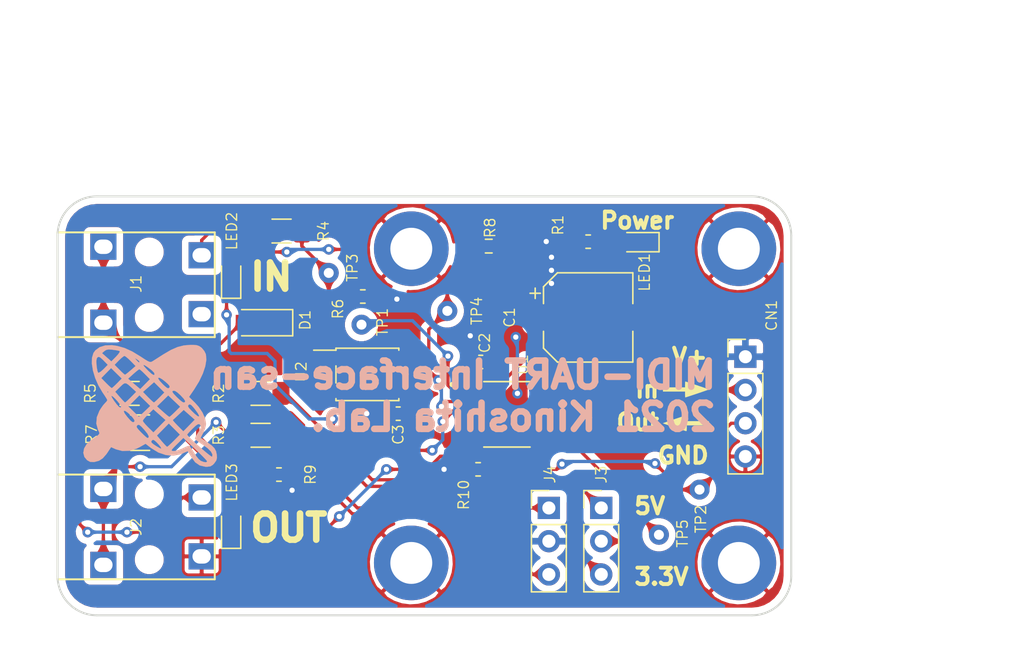
<source format=kicad_pcb>
(kicad_pcb (version 20211014) (generator pcbnew)
  (title_block (title "MIDI-UART-interface san") (date "2021-06-09") (company "Kinoshita Laboratory") (comment 1 "drawn by: Kazuki SAITA"))
  (layers (0 "F.Cu" signal) (31 "B.Cu" signal) (34 "B.Paste" user) (35 "F.Paste" user) (36 "B.SilkS" user "B.Silkscreen") (37 "F.SilkS" user "F.Silkscreen") (38 "B.Mask" user) (39 "F.Mask" user) (44 "Edge.Cuts" user))
  (net 0 "")
  (net 1 "VCC")
  (net 2 "GND")
  (net 3 "midi_in_buffered")
  (net 4 "midi_out")
  (net 5 "Net-(D1-Pad1)")
  (net 6 "Net-(D1-Pad2)")
  (net 7 "Net-(LED1-Pad2)")
  (net 8 "Net-(LED2-Pad2)")
  (net 9 "Net-(LED3-Pad2)")
  (net 10 "midi_in")
  (net 11 "midi_in_led")
  (net 12 "midi_out_buffered")
  (net 13 "midi_out_led")
  (net 14 "Net-(J1-PadR)")
  (net 15 "Net-(J2-PadR)")
  (net 16 "Net-(J2-PadT)")
  (net 17 "out_r_c_5v")
  (net 18 "out_r_c_3v3")
  (net 19 "out_r_a_3v3")
  (net 20 "out_r_a_5v")
  (footprint "Capacitor_SMD:CP_Elec_6.3x5.3" (layer "F.Cu") (at 176.5 94.65)
    (fp_text reference "C1")
    (fp_text value "100u")
  )
  (footprint "Capacitor_SMD:C_0603_1608Metric_Pad1.08x0.95mm_HandSolder" (layer "F.Cu") (at 168.3 98.05)
    (fp_text reference "C2")
    (fp_text value "0.1u")
  )
  (footprint "LED_SMD:LED_0603_1608Metric_Pad1.05x0.95mm_HandSolder" (layer "F.Cu") (at 149.25 91.525 90)
    (fp_text reference "LED2")
    (fp_text value "19-213/Y2C-CQ2R2L/3T(CY)")
  )
  (footprint "Diode_SMD:D_SOD-123" (layer "F.Cu") (at 151.7 95.05 180)
    (fp_text reference "D1")
    (fp_text value "SM4007PL")
  )
  (footprint "Resistor_SMD:R_1206_3216Metric_Pad1.30x1.75mm_HandSolder" (layer "F.Cu") (at 151.5 100.45)
    (fp_text reference "R2")
    (fp_text value "220")
  )
  (footprint "MountingHole:MountingHole_3.2mm_M3_ISO7380_Pad" (layer "F.Cu") (at 188 89.4)
    (fp_text reference "H2" hide)
    (fp_text value "MountingHole_Pad")
  )
  (footprint "MountingHole:MountingHole_3.2mm_M3_ISO7380_Pad" (layer "F.Cu") (at 163 113.4)
    (fp_text reference "H3" hide)
    (fp_text value "MountingHole_Pad")
  )
  (footprint "MountingHole:MountingHole_3.2mm_M3_ISO7380_Pad" (layer "F.Cu") (at 188 113.4)
    (fp_text reference "H4" hide)
    (fp_text value "MountingHole_Pad")
  )
  (footprint "LED_SMD:LED_0603_1608Metric_Pad1.05x0.95mm_HandSolder" (layer "F.Cu") (at 180.25 88.9 180)
    (fp_text reference "LED1")
    (fp_text value "KT-0603R")
  )
  (footprint "MountingHole:MountingHole_3.2mm_M3_ISO7380_Pad" (layer "F.Cu") (at 163 89.4)
    (fp_text reference "H1" hide)
    (fp_text value "MountingHole_Pad")
  )
  (footprint "Resistor_SMD:R_0603_1608Metric_Pad1.05x0.95mm_HandSolder" (layer "F.Cu") (at 176.5 88.86)
    (fp_text reference "R1")
    (fp_text value "1k")
  )
  (footprint "Resistor_SMD:R_1206_3216Metric_Pad1.30x1.75mm_HandSolder" (layer "F.Cu") (at 151.5 103.65)
    (fp_text reference "R3")
    (fp_text value "10")
  )
  (footprint "Resistor_SMD:R_0603_1608Metric_Pad1.05x0.95mm_HandSolder" (layer "F.Cu") (at 159.3 93.05 180)
    (fp_text reference "R6")
    (fp_text value "470")
  )
  (footprint "Resistor_SMD:R_0603_1608Metric_Pad0.98x0.95mm_HandSolder" (layer "F.Cu") (at 168.9125 89.2)
    (fp_text reference "R8")
    (fp_text value "1k")
  )
  (footprint "Resistor_SMD:R_0603_1608Metric_Pad1.05x0.95mm_HandSolder" (layer "F.Cu") (at 152.9 106.65 180)
    (fp_text reference "R9")
    (fp_text value "470")
  )
  (footprint "Resistor_SMD:R_0603_1608Metric_Pad1.05x0.95mm_HandSolder" (layer "F.Cu") (at 168.1 106.25 180)
    (fp_text reference "R10")
    (fp_text value "1k")
  )
  (footprint "LED_SMD:LED_0603_1608Metric_Pad1.05x0.95mm_HandSolder" (layer "F.Cu") (at 149.25 110.6275 90)
    (fp_text reference "LED3")
    (fp_text value "19-217/GHC-YR1S2/3T")
  )
  (footprint "Connector_PinHeader_2.54mm:PinHeader_1x03_P2.54mm_Vertical" (layer "F.Cu") (at 177.5 109.2)
    (fp_text reference "J3")
    (fp_text value "Conn_01x03_Female")
  )
  (footprint "Resistor_SMD:R_1206_3216Metric_Pad1.30x1.75mm_HandSolder" (layer "F.Cu") (at 141.5 100.45)
    (fp_text reference "R5")
    (fp_text value "220")
  )
  (footprint "Resistor_SMD:R_1206_3216Metric_Pad1.30x1.75mm_HandSolder" (layer "F.Cu") (at 153.1 88.05 180)
    (fp_text reference "R4")
    (fp_text value "220")
  )
  (footprint "Connector_PinHeader_2.54mm:PinHeader_1x03_P2.54mm_Vertical" (layer "F.Cu") (at 173.5 109.2)
    (fp_text reference "J4")
    (fp_text value "Conn_01x03_Female")
  )
  (footprint "my_footprint:yajirushi-800dpi_3_6x1_3mm" (layer "F.Cu") (at 183.990023 100.15)
    (fp_text reference "" hide)
    (fp_text value "" hide)
  )
  (footprint "my_footprint:yajirushi-800dpi_3_6x1_3mm" (layer "F.Cu") (at 183.926523 102.730001 180)
    (fp_text reference "" hide)
    (fp_text value "" hide)
  )
  (footprint "Resistor_SMD:R_1210_3225Metric_Pad1.30x2.65mm_HandSolder" (layer "F.Cu") (at 142.3 103.45)
    (fp_text reference "R7")
    (fp_text value "33 0.5W")
  )
  (footprint "Connector_PinHeader_2.54mm:PinHeader_1x04_P2.54mm_Vertical" (layer "F.Cu") (at 188.5 97.65)
    (fp_text reference "CN1")
    (fp_text value "Conn_01x04_Female")
  )
  (footprint "Package_SO:SO-5_4.4x3.6mm_P1.27mm" (layer "F.Cu") (at 159.65 99)
    (fp_text reference "U2")
    (fp_text value "TLP2361_TPL_E")
  )
  (footprint "Capacitor_SMD:C_0603_1608Metric_Pad1.08x0.95mm_HandSolder" (layer "F.Cu") (at 162 102)
    (fp_text reference "C3")
    (fp_text value "0.1u")
  )
  (footprint "MIDI-UART-Interface-san:3.5mm_Stereo_TRS_PJ-3210-4A_and_ST-005-G" (layer "F.Cu") (at 136 92.15)
    (fp_text reference "J1")
    (fp_text value "AudioJack3")
  )
  (footprint "MIDI-UART-Interface-san:3.5mm_Stereo_TRS_PJ-3210-4A_and_ST-005-G" (layer "F.Cu") (at 136 110.65)
    (fp_text reference "J2")
    (fp_text value "AudioJack3")
  )
  (footprint "MIDI-UART-Interface-san:TP_1PAD" (layer "F.Cu") (at 159.2 95.2)
    (fp_text reference "TP1")
    (fp_text value "TestPoint")
  )
  (footprint "MIDI-UART-Interface-san:TP_1PAD" (layer "F.Cu") (at 185 107.8)
    (fp_text reference "TP2")
    (fp_text value "TestPoint")
  )
  (footprint "MIDI-UART-Interface-san:TP_1PAD" (layer "F.Cu") (at 156.7 91.25)
    (fp_text reference "TP3")
    (fp_text value "TestPoint")
  )
  (footprint "MIDI-UART-Interface-san:TP_1PAD" (layer "F.Cu") (at 165.75 94.15)
    (fp_text reference "TP4")
    (fp_text value "TestPoint")
  )
  (footprint "MIDI-UART-Interface-san:TP_1PAD" (layer "F.Cu") (at 181.9 111.25)
    (fp_text reference "TP5")
    (fp_text value "TestPoint")
  )
  (footprint "MIDI-UART-Interface-san:SOP65P640X120-16N" (layer "F.Cu") (at 170.3 102.05)
    (fp_text reference "U1")
    (fp_text value "CD74HC4050PWR")
  )
  (footprint "my_footprint:kinoshita-logo-300dpi" (layer "B.Cu") (at 143.1 101.398618 180)
    (fp_text reference "G***" hide)
    (fp_text value "LOGO" hide)
  )
  (gr_line (start 139 85.4) (end 189 85.4) (layer "Edge.Cuts") (width 0.15))
  (gr_line (start 136 88.4) (end 136 114.4) (layer "Edge.Cuts") (width 0.15))
  (gr_arc (start 192 114.4) (mid 191.12132 116.52132) (end 189 117.4) (layer "Edge.Cuts") (width 0.15))
  (gr_line (start 139 117.4) (end 189 117.4) (layer "Edge.Cuts") (width 0.15))
  (gr_arc (start 189 85.4) (mid 191.12132 86.27868) (end 192 88.4) (layer "Edge.Cuts") (width 0.15))
  (gr_line (start 192 114.4) (end 192 88.4) (layer "Edge.Cuts") (width 0.15))
  (gr_arc (start 139 117.4) (mid 136.87868 116.52132) (end 136 114.4) (layer "Edge.Cuts") (width 0.15))
  (gr_arc (start 136 88.4) (mid 136.87868 86.27868) (end 139 85.4) (layer "Edge.Cuts") (width 0.15))
  (gr_text "MIDI-UART Interface-san\n2021 Kinoshita Lab." (at 186.5 100.65) (layer "B.SilkS") (effects (font (size 2 2) (thickness 0.5)) (justify left mirror)))
  (gr_text "Out\n" (at 180.285714 102.65) (layer "F.SilkS") (effects (font (size 1.25 1.25) (thickness 0.3))))
  (gr_text "GND\n" (at 183.75 105.19) (layer "F.SilkS") (effects (font (size 1.25 1.25) (thickness 0.3))))
  (gr_text "3.3V" (at 182.1 114.45) (layer "F.SilkS") (effects (font (size 1.25 1.25) (thickness 0.3))))
  (gr_text "Power" (at 180.25 87.25) (layer "F.SilkS") (effects (font (size 1.25 1.25) (thickness 0.3))))
  (gr_text "OUT" (at 153.65 110.725) (layer "F.SilkS") (effects (font (size 2 2) (thickness 0.5))))
  (gr_text "In" (at 181 100.15) (layer "F.SilkS") (effects (font (size 1.25 1.25) (thickness 0.3))))
  (gr_text "5V" (at 181.2 109.05) (layer "F.SilkS") (effects (font (size 1.25 1.25) (thickness 0.3))))
  (gr_text "IN" (at 152.316666 91.55) (layer "F.SilkS") (effects (font (size 2 2) (thickness 0.5))))
  (gr_text "V+" (at 184.25 97.65) (layer "F.SilkS") (effects (font (size 1.25 1.25) (thickness 0.3))))
  (segment (start 169.825 89.2) (end 171.8 89.2) (width 0.25) (layer "F.Cu") (net 1))
  (segment (start 167.4375 96.7875) (end 167.4375 96.1125) (width 0.25) (layer "F.Cu") (net 1))
  (segment (start 161.1375 102) (end 159.6 102) (width 0.25) (layer "F.Cu") (net 1))
  (segment (start 167.4375 96.1125) (end 167.5 96.05) (width 0.25) (layer "F.Cu") (net 1))
  (segment (start 167.225 106.25) (end 165.5 106.25) (width 0.25) (layer "F.Cu") (net 1))
  (segment (start 167.43 99.775) (end 167.025 99.775) (width 0.25) (layer "F.Cu") (net 1))
  (segment (start 153.775 106.65) (end 153.775 107.725) (width 0.25) (layer "F.Cu") (net 1))
  (segment (start 161.7 93.05) (end 161.9 93.25) (width 0.25) (layer "F.Cu") (net 1))
  (segment (start 161.1375 99.1375) (end 160.6 98.6) (width 0.25) (layer "F.Cu") (net 1))
  (segment (start 160.6 98.6) (end 160.6 98.2) (width 0.25) (layer "F.Cu") (net 1))
  (segment (start 167.43 99.775) (end 167.43 98.0575) (width 0.25) (layer "F.Cu") (net 1))
  (segment (start 173.31 88.86) (end 173.3 88.85) (width 0.25) (layer "F.Cu") (net 1))
  (segment (start 162.8 97.73) (end 162.87 97.73) (width 0.25) (layer "F.Cu") (net 1))
  (segment (start 172.15 88.85) (end 173.3 88.85) (width 0.25) (layer "F.Cu") (net 1))
  (segment (start 173.7 91.05) (end 173.7 90.05) (width 1) (layer "F.Cu") (net 1))
  (segment (start 160.6 98.2) (end 161.07 97.73) (width 0.25) (layer "F.Cu") (net 1))
  (segment (start 173.7 94.65) (end 173.7 92.05) (width 1) (layer "F.Cu") (net 1))
  (segment (start 161.07 97.73) (end 162.8 97.73) (width 0.25) (layer "F.Cu") (net 1))
  (segment (start 167.4375 98.05) (end 167.4375 96.7875) (width 0.25) (layer "F.Cu") (net 1))
  (segment (start 160.175 93.05) (end 161.7 93.05) (width 0.25) (layer "F.Cu") (net 1))
  (segment (start 175.625 88.86) (end 173.31 88.86) (width 0.25) (layer "F.Cu") (net 1))
  (segment (start 161.1375 102) (end 161.1375 99.1375) (width 0.25) (layer "F.Cu") (net 1))
  (segment (start 167.43 98.0575) (end 167.4375 98.05) (width 0.25) (layer "F.Cu") (net 1))
  (segment (start 171.8 89.2) (end 172.15 88.85) (width 0.25) (layer "F.Cu") (net 1))
  (segment (start 153.775 107.725) (end 153.9 107.85) (width 0.25) (layer "F.Cu") (net 1))
  (segment (start 173.7 92.05) (end 173.7 91.05) (width 1) (layer "F.Cu") (net 1))
  (via (at 173.7 90.05) (size 0.8) (drill 0.4) (layers "F.Cu" "B.Cu") (net 1))
  (via (at 173.7 91.05) (size 0.8) (drill 0.4) (layers "F.Cu" "B.Cu") (net 1))
  (via (at 173.7 92.05) (size 0.8) (drill 0.4) (layers "F.Cu" "B.Cu") (net 1))
  (via (at 173.3 88.85) (size 0.8) (drill 0.4) (layers "F.Cu" "B.Cu") (net 1))
  (via (at 159.6 102) (size 0.8) (drill 0.4) (layers "F.Cu" "B.Cu") (net 1))
  (via (at 165.5 106.25) (size 0.8) (drill 0.4) (layers "F.Cu" "B.Cu") (net 1))
  (via (at 161.9 93.25) (size 0.8) (drill 0.4) (layers "F.Cu" "B.Cu") (net 1))
  (via (at 153.9 107.85) (size 0.8) (drill 0.4) (layers "F.Cu" "B.Cu") (net 1))
  (via (at 167.5 96.05) (size 0.8) (drill 0.4) (layers "F.Cu" "B.Cu") (net 1))
  (segment (start 168.465 104.325) (end 171.1 101.69) (width 0.25) (layer "F.Cu") (net 2))
  (segment (start 167.43 104.325) (end 168.465 104.325) (width 0.25) (layer "F.Cu") (net 2))
  (segment (start 171.525 101.075) (end 171.1 101.5) (width 0.25) (layer "F.Cu") (net 2))
  (segment (start 167.43 104.325) (end 167.43 104.205001) (width 0.25) (layer "F.Cu") (net 2))
  (segment (start 173.17 101.075) (end 171.525 101.075) (width 0.25) (layer "F.Cu") (net 2))
  (segment (start 171.1 101.69) (end 171.1 101.5) (width 0.25) (layer "F.Cu") (net 2))
  (segment (start 171.1 101.5) (end 171.1 100.45) (width 0.25) (layer "F.Cu") (net 2))
  (via (at 170.975021 96.149536) (size 0.8) (drill 0.4) (layers "F.Cu" "B.Cu") (net 2))
  (via (at 171.1 100.45) (size 0.8) (drill 0.4) (layers "F.Cu" "B.Cu") (net 2))
  (segment (start 171.1 96.274515) (end 170.975021 96.149536) (width 0.25) (layer "B.Cu") (net 2))
  (segment (start 171.1 100.45) (end 171.1 96.274515) (width 0.25) (layer "B.Cu") (net 2))
  (segment (start 169.125 100.425) (end 167.43 100.425) (width 0.25) (layer "F.Cu") (net 3))
  (segment (start 166.395 100.425) (end 165.8 99.83) (width 0.25) (layer "F.Cu") (net 3))
  (segment (start 188.5 100.19) (end 186.64 100.19) (width 0.25) (layer "F.Cu") (net 3))
  (segment (start 165.8 99.83) (end 165.8 97.6) (width 0.25) (layer "F.Cu") (net 3))
  (segment (start 184.3 97.85) (end 171.7 97.85) (width 0.25) (layer "F.Cu") (net 3))
  (segment (start 171.7 97.85) (end 169.125 100.425) (width 0.25) (layer "F.Cu") (net 3))
  (segment (start 186.64 100.19) (end 184.3 97.85) (width 0.25) (layer "F.Cu") (net 3))
  (segment (start 167.43 100.425) (end 166.395 100.425) (width 0.25) (layer "F.Cu") (net 3))
  (via (at 165.8 97.6) (size 0.8) (drill 0.4) (layers "F.Cu" "B.Cu") (net 3))
  (segment (start 163.1 94.9) (end 159.5 94.9) (width 0.25) (layer "B.Cu") (net 3))
  (segment (start 165.8 97.6) (end 163.1 94.9) (width 0.25) (layer "B.Cu") (net 3))
  (segment (start 165.8 97.6) (end 165.8 97.4) (width 0.25) (layer "B.Cu") (net 3))
  (segment (start 159.5 94.9) (end 159.2 95.2) (width 0.25) (layer "B.Cu") (net 3))
  (segment (start 172.125 103.025) (end 171.7 103.45) (width 0.25) (layer "F.Cu") (net 4))
  (segment (start 183.6 107.8) (end 185 107.8) (width 0.25) (layer "F.Cu") (net 4))
  (segment (start 168.975 105.575) (end 170.9 103.65) (width 0.25) (layer "F.Cu") (net 4))
  (segment (start 181.6 105.8) (end 183.6 107.8) (width 0.25) (layer "F.Cu") (net 4))
  (segment (start 170.9 103.65) (end 171.7 103.65) (width 0.25) (layer "F.Cu") (net 4))
  (segment (start 185 107.8) (end 186.3 106.5) (width 0.25) (layer "F.Cu") (net 4))
  (segment (start 172.244998 104.325) (end 173.17 104.325) (width 0.25) (layer "F.Cu") (net 4))
  (segment (start 186.3 103.85) (end 187.42 102.73) (width 0.25) (layer "F.Cu") (net 4))
  (segment (start 174.5 105.85) (end 174.1 106.25) (width 0.25) (layer "F.Cu") (net 4))
  (segment (start 171.7 103.65) (end 171.7 103.780002) (width 0.25) (layer "F.Cu") (net 4))
  (segment (start 171.7 103.780002) (end 172.244998 104.325) (width 0.25) (layer "F.Cu") (net 4))
  (segment (start 187.42 102.73) (end 188.5 102.73) (width 0.25) (layer "F.Cu") (net 4))
  (segment (start 168.975 106.25) (end 168.975 105.575) (width 0.25) (layer "F.Cu") (net 4))
  (segment (start 173.17 103.025) (end 172.125 103.025) (width 0.25) (layer "F.Cu") (net 4))
  (segment (start 186.3 106.5) (end 186.3 103.85) (width 0.25) (layer "F.Cu") (net 4))
  (segment (start 171.7 103.45) (end 171.7 103.65) (width 0.25) (layer "F.Cu") (net 4))
  (segment (start 174.1 106.25) (end 168.975 106.25) (width 0.25) (layer "F.Cu") (net 4))
  (via (at 174.5 105.85) (size 0.8) (drill 0.4) (layers "F.Cu" "B.Cu") (net 4))
  (via (at 181.6 105.8) (size 0.8) (drill 0.4) (layers "F.Cu" "B.Cu") (net 4))
  (segment (start 179.1 105.65) (end 174.7 105.65) (width 0.25) (layer "B.Cu") (net 4))
  (segment (start 174.7 105.65) (end 174.5 105.85) (width 0.25) (layer "B.Cu") (net 4))
  (segment (start 181.45 105.65) (end 181.6 105.8) (width 0.25) (layer "B.Cu") (net 4))
  (segment (start 179.1 105.65) (end 181.45 105.65) (width 0.25) (layer "B.Cu") (net 4))
  (segment (start 154.05 95.05) (end 153.35 95.05) (width 0.25) (layer "F.Cu") (net 5))
  (segment (start 156.5 97.73) (end 155.13 97.73) (width 0.25) (layer "F.Cu") (net 5))
  (segment (start 153.1 93.45) (end 156.1 93.45) (width 0.25) (layer "F.Cu") (net 5))
  (segment (start 156.7 91.25) (end 154.65 89.2) (width 0.25) (layer "F.Cu") (net 5))
  (segment (start 154.65 89.2) (end 154.65 88.05) (width 0.25) (layer "F.Cu") (net 5))
  (segment (start 155.13 97.73) (end 154.4 97) (width 0.25) (layer "F.Cu") (net 5))
  (segment (start 154.4 97) (end 154.4 95.4) (width 0.25) (layer "F.Cu") (net 5))
  (segment (start 154.4 95.4) (end 154.05 95.05) (width 0.25) (layer "F.Cu") (net 5))
  (segment (start 152.3 94.85) (end 152.3 94.25) (width 0.25) (layer "F.Cu") (net 5))
  (segment (start 156.1 93.45) (end 156.7 92.85) (width 0.25) (layer "F.Cu") (net 5))
  (segment (start 156.7 92.85) (end 156.7 91.25) (width 0.25) (layer "F.Cu") (net 5))
  (segment (start 152.3 94.25) (end 153.1 93.45) (width 0.25) (layer "F.Cu") (net 5))
  (segment (start 152.5 95.05) (end 152.3 94.85) (width 0.25) (layer "F.Cu") (net 5))
  (segment (start 153.35 95.05) (end 152.5 95.05) (width 0.25) (layer "F.Cu") (net 5))
  (segment (start 148.45 96.65) (end 150.05 95.05) (width 0.25) (layer "F.Cu") (net 6))
  (segment (start 156.5 100.27) (end 155.27 100.27) (width 0.25) (layer "F.Cu") (net 6))
  (segment (start 139.5 95.05) (end 141.1 96.65) (width 0.25) (layer "F.Cu") (net 6))
  (segment (start 151.6 96) (end 150.65 95.05) (width 0.25) (layer "F.Cu") (net 6))
  (segment (start 150.65 95.05) (end 150.05 95.05) (width 0.25) (layer "F.Cu") (net 6))
  (segment (start 155.27 100.27) (end 153.8 98.8) (width 0.25) (layer "F.Cu") (net 6))
  (segment (start 139.5 89.25) (end 139.5 95.05) (width 0.25) (layer "F.Cu") (net 6))
  (segment (start 141.1 96.65) (end 148.45 96.65) (width 0.25) (layer "F.Cu") (net 6))
  (segment (start 153.8 97.2) (end 152.6 96) (width 0.25) (layer "F.Cu") (net 6))
  (segment (start 153.8 98.8) (end 153.8 97.2) (width 0.25) (layer "F.Cu") (net 6))
  (segment (start 152.6 96) (end 151.6 96) (width 0.25) (layer "F.Cu") (net 6))
  (segment (start 177.375 88.86) (end 179.335 88.86) (width 0.25) (layer "F.Cu") (net 7))
  (segment (start 179.335 88.86) (end 179.375 88.9) (width 0.25) (layer "F.Cu") (net 7))
  (segment (start 157.3 92.85) (end 157.3 92.65) (width 0.25) (layer "F.Cu") (net 8))
  (segment (start 153.5 89.65) (end 149.7 89.65) (width 0.25) (layer "F.Cu") (net 8))
  (segment (start 158.3 91.65) (end 158.3 89.85) (width 0.25) (layer "F.Cu") (net 8))
  (segment (start 149.7 89.65) (end 149.25 90.1) (width 0.25) (layer "F.Cu") (net 8))
  (segment (start 158.3 89.85) (end 157.9 89.45) (width 0.25) (layer "F.Cu") (net 8))
  (segment (start 157.9 89.45) (end 156.7 89.45) (width 0.25) (layer "F.Cu") (net 8))
  (segment (start 158.425 93.05) (end 157.5 93.05) (width 0.25) (layer "F.Cu") (net 8))
  (segment (start 149.25 90.1) (end 149.25 90.65) (width 0.25) (layer "F.Cu") (net 8))
  (segment (start 157.3 92.65) (end 158.3 91.65) (width 0.25) (layer "F.Cu") (net 8))
  (segment (start 157.5 93.05) (end 157.3 92.85) (width 0.25) (layer "F.Cu") (net 8))
  (via (at 153.5 89.65) (size 0.8) (drill 0.4) (layers "F.Cu" "B.Cu") (net 8))
  (via (at 156.7 89.45) (size 0.8) (drill 0.4) (layers "F.Cu" "B.Cu") (net 8))
  (segment (start 153.7 89.45) (end 153.5 89.65) (width 0.25) (layer "B.Cu") (net 8))
  (segment (start 156.7 89.45) (end 153.7 89.45) (width 0.25) (layer "B.Cu") (net 8))
  (segment (start 149.25 109.7525) (end 149.25 108.3) (width 0.25) (layer "F.Cu") (net 9))
  (segment (start 149.25 108.3) (end 150.9 106.65) (width 0.25) (layer "F.Cu") (net 9))
  (segment (start 150.9 106.65) (end 152.025 106.65) (width 0.25) (layer "F.Cu") (net 9))
  (segment (start 168.9 102.05) (end 168.575 102.375) (width 0.25) (layer "F.Cu") (net 10))
  (segment (start 164.335 98.685) (end 164.335 95.565) (width 0.25) (layer "F.Cu") (net 10))
  (segment (start 168.9 101.45) (end 168.9 102.05) (width 0.25) (layer "F.Cu") (net 10))
  (segment (start 166.75 91.8) (end 166.75 89.45) (width 0.25) (layer "F.Cu") (net 10))
  (segment (start 162.8 99) (end 164.02 99) (width 0.25) (layer "F.Cu") (net 10))
  (segment (start 164.335 95.565) (end 165.75 94.15) (width 0.25) (layer "F.Cu") (net 10))
  (segment (start 166.75 89.45) (end 167 89.2) (width 0.25) (layer "F.Cu") (net 10))
  (segment (start 164.335 98.685) (end 165.07499 99.42499) (width 0.25) (layer "F.Cu") (net 10))
  (segment (start 167.43 101.075) (end 165.675 101.075) (width 0.25) (layer "F.Cu") (net 10))
  (segment (start 167.43 101.075) (end 168.525 101.075) (width 0.25) (layer "F.Cu") (net 10))
  (segment (start 165.675 101.075) (end 165.3 101.45) (width 0.25) (layer "F.Cu") (net 10))
  (segment (start 165.07499 99.42499) (end 165.07499 99.45) (width 0.25) (layer "F.Cu") (net 10))
  (segment (start 165.25 101.4) (end 165.3 101.45) (width 0.25) (layer "F.Cu") (net 10))
  (segment (start 166.75 91.8) (end 165.75 92.8) (width 0.25) (layer "F.Cu") (net 10))
  (segment (start 168.9 102.05) (end 168.9 103.24) (width 0.25) (layer "F.Cu") (net 10))
  (segment (start 168.525 101.075) (end 168.9 101.45) (width 0.25) (layer "F.Cu") (net 10))
  (segment (start 165.75 94.15) (end 165.75 92.8) (width 0.25) (layer "F.Cu") (net 10))
  (segment (start 167 89.2) (end 168 89.2) (width 0.25) (layer "F.Cu") (net 10))
  (segment (start 168.9 103.24) (end 168.465 103.675) (width 0.25) (layer "F.Cu") (net 10))
  (segment (start 164.02 99) (end 164.335 98.685) (width 0.25) (layer "F.Cu") (net 10))
  (segment (start 168.465 103.675) (end 167.43 103.675) (width 0.25) (layer "F.Cu") (net 10))
  (segment (start 168.575 102.375) (end 167.43 102.375) (width 0.25) (layer "F.Cu") (net 10))
  (via (at 165.3 101.45) (size 0.8) (drill 0.4) (layers "F.Cu" "B.Cu") (net 10))
  (via (at 165.07499 99.45) (size 0.8) (drill 0.4) (layers "F.Cu" "B.Cu") (net 10))
  (segment (start 165.3 99.67501) (end 165.07499 99.45) (width 0.25) (layer "B.Cu") (net 10))
  (segment (start 165.3 101.45) (end 165.3 99.67501) (width 0.25) (layer "B.Cu") (net 10))
  (segment (start 148.9 93.45) (end 149.25 93.1) (width 0.25) (layer "F.Cu") (net 11))
  (segment (start 149.25 93.1) (end 149.25 92.4) (width 0.25) (layer "F.Cu") (net 11))
  (segment (start 148.9 94.45) (end 148.9 93.45) (width 0.25) (layer "F.Cu") (net 11))
  (segment (start 166.275 101.725) (end 165.4 102.6) (width 0.25) (layer "F.Cu") (net 11))
  (segment (start 167.43 101.725) (end 166.275 101.725) (width 0.25) (layer "F.Cu") (net 11))
  (segment (start 164.6 104.8) (end 158.4 104.8) (width 0.25) (layer "F.Cu") (net 11))
  (segment (start 158.4 104.8) (end 157 103.4) (width 0.25) (layer "F.Cu") (net 11))
  (segment (start 157 103.4) (end 157 102.4) (width 0.25) (layer "F.Cu") (net 11))
  (via (at 164.6 104.8) (size 0.8) (drill 0.4) (layers "F.Cu" "B.Cu") (net 11))
  (via (at 165.4 102.6) (size 0.8) (drill 0.4) (layers "F.Cu" "B.Cu") (net 11))
  (via (at 148.9 94.45) (size 0.8) (drill 0.4) (layers "F.Cu" "B.Cu") (net 11))
  (via (at 157 102.4) (size 0.8) (drill 0.4) (layers "F.Cu" "B.Cu") (net 11))
  (segment (start 155.2 102.4) (end 152.6 99.8) (width 0.25) (layer "B.Cu") (net 11))
  (segment (start 152.6 98) (end 152 97.4) (width 0.25) (layer "B.Cu") (net 11))
  (segment (start 157 102.4) (end 155.2 102.4) (width 0.25) (layer "B.Cu") (net 11))
  (segment (start 152.6 99.8) (end 152.6 98) (width 0.25) (layer "B.Cu") (net 11))
  (segment (start 152 97.4) (end 149.25 97.4) (width 0.25) (layer "B.Cu") (net 11))
  (segment (start 165.4 104) (end 164.6 104.8) (width 0.25) (layer "B.Cu") (net 11))
  (segment (start 149.1 97.25) (end 149.1 94.65) (width 0.25) (layer "B.Cu") (net 11))
  (segment (start 165.4 102.6) (end 165.4 104) (width 0.25) (layer "B.Cu") (net 11))
  (segment (start 149.25 97.4) (end 149.1 97.25) (width 0.25) (layer "B.Cu") (net 11))
  (segment (start 149.1 94.65) (end 148.9 94.45) (width 0.25) (layer "B.Cu") (net 11))
  (segment (start 181.9 111.25) (end 180.5 109.85) (width 0.25) (layer "F.Cu") (net 12))
  (segment (start 180.5 109.85) (end 179.7 109.85) (width 0.25) (layer "F.Cu") (net 12))
  (segment (start 179.21 111.74) (end 177.5 111.74) (width 0.25) (layer "F.Cu") (net 12))
  (segment (start 179.7 108.65) (end 179.7 109.85) (width 0.25) (layer "F.Cu") (net 12))
  (segment (start 174.725 103.675) (end 179.7 108.65) (width 0.25) (layer "F.Cu") (net 12))
  (segment (start 173.17 103.675) (end 174.725 103.675) (width 0.25) (layer "F.Cu") (net 12))
  (segment (start 179.7 111.25) (end 179.21 111.74) (width 0.25) (layer "F.Cu") (net 12))
  (segment (start 179.7 109.85) (end 179.7 111.25) (width 0.25) (layer "F.Cu") (net 12))
  (segment (start 164.223002 106.25) (end 161.1 106.25) (width 0.25) (layer "F.Cu") (net 13))
  (segment (start 149.25 113.4) (end 149.25 111.5025) (width 0.25) (layer "F.Cu") (net 13))
  (segment (start 168.5 105.25) (end 165.223002 105.25) (width 0.25) (layer "F.Cu") (net 13))
  (segment (start 165.223002 105.25) (end 164.223002 106.25) (width 0.25) (layer "F.Cu") (net 13))
  (segment (start 173.17 102.375) (end 171.375 102.375) (width 0.25) (layer "F.Cu") (net 13))
  (segment (start 157.5 109.85) (end 153.9 113.45) (width 0.25) (layer "F.Cu") (net 13))
  (segment (start 149.3 113.45) (end 149.25 113.4) (width 0.25) (layer "F.Cu") (net 13))
  (segment (start 153.9 113.45) (end 149.3 113.45) (width 0.25) (layer "F.Cu") (net 13))
  (segment (start 171.375 102.375) (end 168.5 105.25) (width 0.25) (layer "F.Cu") (net 13))
  (via (at 157.5 109.85) (size 0.8) (drill 0.4) (layers "F.Cu" "B.Cu") (net 13))
  (via (at 161.1 106.25) (size 0.8) (drill 0.4) (layers "F.Cu" "B.Cu") (net 13))
  (segment (start 161.1 106.25) (end 157.5 109.85) (width 0.25) (layer "B.Cu") (net 13))
  (segment (start 147.7 88.05) (end 151.55 88.05) (width 0.25) (layer "F.Cu") (net 14))
  (segment (start 147 88.75) (end 147.7 88.05) (width 0.25) (layer "F.Cu") (net 14))
  (segment (start 147 89.9) (end 147 88.75) (width 0.25) (layer "F.Cu") (net 14))
  (segment (start 137.7 104.9) (end 137.7 101.1) (width 0.25) (layer "F.Cu") (net 15))
  (segment (start 139.15 103.45) (end 140.75 103.45) (width 0.25) (layer "F.Cu") (net 15))
  (segment (start 142.9 111.05) (end 145.55 108.4) (width 0.25) (layer "F.Cu") (net 15))
  (segment (start 145.55 108.4) (end 147 108.4) (width 0.25) (layer "F.Cu") (net 15))
  (segment (start 137.7 101.1) (end 138.35 100.45) (width 0.25) (layer "F.Cu") (net 15))
  (segment (start 137.7 104.9) (end 139.15 103.45) (width 0.25) (layer "F.Cu") (net 15))
  (segment (start 138.3 111.05) (end 137.7 110.45) (width 0.25) (layer "F.Cu") (net 15))
  (segment (start 138.35 100.45) (end 139.95 100.45) (width 0.25) (layer "F.Cu") (net 15))
  (segment (start 141.3 111.05) (end 142.9 111.05) (width 0.25) (layer "F.Cu") (net 15))
  (segment (start 146.95 108.35) (end 147 108.4) (width 0.25) (layer "F.Cu") (net 15))
  (segment (start 137.7 110.45) (end 137.7 104.9) (width 0.25) (layer "F.Cu") (net 15))
  (via (at 141.3 111.05) (size 0.8) (drill 0.4) (layers "F.Cu" "B.Cu") (net 15))
  (via (at 138.3 111.05) (size 0.8) (drill 0.4) (layers "F.Cu" "B.Cu") (net 15))
  (segment (start 138.3 111.05) (end 141.3 111.05) (width 0.25) (layer "B.Cu") (net 15))
  (segment (start 149.1 103.65) (end 148.1 102.65) (width 0.25) (layer "F.Cu") (net 16))
  (segment (start 149.95 103.65) (end 149.1 103.65) (width 0.25) (layer "F.Cu") (net 16))
  (segment (start 139.55 107.7) (end 139.5 107.75) (width 0.25) (layer "F.Cu") (net 16))
  (segment (start 139.5 107.75) (end 139.5 113.55) (width 0.25) (layer "F.Cu") (net 16))
  (segment (start 149.95 100.45) (end 149.95 103.65) (width 0.25) (layer "F.Cu") (net 16))
  (segment (start 142.3 106.05) (end 140.5 106.05) (width 0.25) (layer "F.Cu") (net 16))
  (segment (start 139.5 107.05) (end 139.5 107.75) (width 0.25) (layer "F.Cu") (net 16))
  (segment (start 140.5 106.05) (end 139.5 107.05) (width 0.25) (layer "F.Cu") (net 16))
  (via (at 142.3 106.05) (size 0.8) (drill 0.4) (layers "F.Cu" "B.Cu") (net 16))
  (via (at 148.1 102.65) (size 0.8) (drill 0.4) (layers "F.Cu" "B.Cu") (net 16))
  (segment (start 148.1 102.65) (end 144.7 106.05) (width 0.25) (layer "B.Cu") (net 16))
  (segment (start 144.7 106.05) (end 142.3 106.05) (width 0.25) (layer "B.Cu") (net 16))
  (segment (start 153.413589 100.45) (end 160.013599 107.05001) (width 0.25) (layer "F.Cu") (net 17))
  (segment (start 153.05 100.45) (end 153.413589 100.45) (width 0.25) (layer "F.Cu") (net 17))
  (segment (start 175.35001 107.05001) (end 177.5 109.2) (width 0.25) (layer "F.Cu") (net 17))
  (segment (start 160.013599 107.05001) (end 175.35001 107.05001) (width 0.25) (layer "F.Cu") (net 17))
  (segment (start 177.5 114.28) (end 175.9 112.68) (width 0.25) (layer "F.Cu") (net 18))
  (segment (start 174.799991 107.549991) (end 159.599991 107.549991) (width 0.25) (layer "F.Cu") (net 18))
  (segment (start 175.9 108.65) (end 174.799991 107.549991) (width 0.25) (layer "F.Cu") (net 18))
  (segment (start 159.599991 107.549991) (end 155.7 103.65) (width 0.25) (layer "F.Cu") (net 18))
  (segment (start 155.7 103.65) (end 153.05 103.65) (width 0.25) (layer "F.Cu") (net 18))
  (segment (start 175.9 112.68) (end 175.9 108.65) (width 0.25) (layer "F.Cu") (net 18))
  (segment (start 172.28 114.28) (end 171.6 113.6) (width 0.25) (layer "F.Cu") (net 19))
  (segment (start 168.464999 110.564999) (end 167.55 109.65) (width 0.25) (layer "F.Cu") (net 19))
  (segment (start 167.55 109.65) (end 158.5 109.65) (width 0.25) (layer "F.Cu") (net 19))
  (segment (start 173.5 114.28) (end 172.28 114.28) (width 0.25) (layer "F.Cu") (net 19))
  (segment (start 158.5 109.65) (end 154.5 105.65) (width 0.25) (layer "F.Cu") (net 19))
  (segment (start 171.6 111.4) (end 170.764999 110.564999) (width 0.25) (layer "F.Cu") (net 19))
  (segment (start 171.6 113.6) (end 171.6 111.4) (width 0.25) (layer "F.Cu") (net 19))
  (segment (start 170.764999 110.564999) (end 168.464999 110.564999) (width 0.25) (layer "F.Cu") (net 19))
  (segment (start 145.7 103.85) (end 144.25 103.85) (width 0.25) (layer "F.Cu") (net 19))
  (segment (start 144.25 103.85) (end 143.85 103.45) (width 0.25) (layer "F.Cu") (net 19))
  (segment (start 147.5 105.65) (end 145.7 103.85) (width 0.25) (layer "F.Cu") (net 19))
  (segment (start 154.5 105.65) (end 147.5 105.65) (width 0.25) (layer "F.Cu") (net 19))
  (segment (start 158.886411 109.2) (end 154.6864 104.999989) (width 0.25) (layer "F.Cu") (net 20))
  (segment (start 164.8 109.2) (end 158.886411 109.2) (width 0.25) (layer "F.Cu") (net 20))
  (segment (start 171.000001 108.000001) (end 165.999999 108.000001) (width 0.25) (layer "F.Cu") (net 20))
  (segment (start 165.999999 108.000001) (end 164.8 109.2) (width 0.25) (layer "F.Cu") (net 20))
  (segment (start 148.049989 104.999989) (end 146.7 103.65) (width 0.25) (layer "F.Cu") (net 20))
  (segment (start 146.7 103.65) (end 146.7 101.05) (width 0.25) (layer "F.Cu") (net 20))
  (segment (start 154.6864 104.999989) (end 148.049989 104.999989) (width 0.25) (layer "F.Cu") (net 20))
  (segment (start 146.1 100.45) (end 143.05 100.45) (width 0.25) (layer "F.Cu") (net 20))
  (segment (start 172.2 109.2) (end 171.000001 108.000001) (width 0.25) (layer "F.Cu") (net 20))
  (segment (start 146.7 101.05) (end 146.1 100.45) (width 0.25) (layer "F.Cu") (net 20))
  (segment (start 173.5 109.2) (end 172.2 109.2) (width 0.25) (layer "F.Cu") (net 20))
  (zone (net 2) (net_name "GND") (layer "F.Cu") (connect_pads (clearance 0.508)) (min_thickness 0.254) (fill yes (thermal_gap 0.3) (thermal_bridge_width 0.3) (smoothing fillet))
    (polygon (pts (xy 192 117.4) (xy 136 117.4) (xy 136 85.4) (xy 192 85.4)))
  )
  (zone (net 16) (net_name "Net-(J2-PadT)") (layer "F.Cu") (priority 16962) (connect_pads yes (clearance 0.2)) (min_thickness 0.0254) (fill yes (thermal_gap 0.508) (thermal_bridge_width 0.508))
    (polygon (pts (xy 139.624999 109.862425) (xy 139.630749 109.698201) (xy 139.647999 109.539399) (xy 139.676749 109.386018) (xy 139.716999 109.238058) (xy 139.768749 109.095519) (xy 139.831999 108.958401) (xy 139.906749 108.826704) (xy 139.992999 108.700429) (xy 140.090749 108.579575) (xy 140.2 108.464142) (xy 139.5 107.25) (xy 138.8 108.464142) (xy 138.90925 108.579575) (xy 139.007 108.700429) (xy 139.09325 108.826704) (xy 139.168 108.958401) (xy 139.23125 109.095519) (xy 139.283 109.238058) (xy 139.32325 109.386018) (xy 139.352 109.539399) (xy 139.36925 109.698201) (xy 139.375001 109.862425)))
  )
  (zone (net 4) (net_name "midi_out") (layer "F.Cu") (priority 16962) (connect_pads yes (clearance 0.2)) (min_thickness 0.0254) (fill yes (thermal_gap 0.508) (thermal_bridge_width 0.508))
    (polygon (pts (xy 172.9035 104.45) (xy 172.923055 104.450184) (xy 172.940933 104.450739) (xy 172.957135 104.451664) (xy 172.97166 104.452959) (xy 172.984509 104.454624) (xy 172.995681 104.456659) (xy 173.005176 104.459064) (xy 173.012994 104.461839) (xy 173.019136 104.464984) (xy 173.023601 104.4685) (xy 173.2725 104.325) (xy 173.023601 104.1815) (xy 173.019136 104.185015) (xy 173.012994 104.18816) (xy 173.005176 104.190935) (xy 172.995681 104.19334) (xy 172.984509 104.195375) (xy 172.97166 104.19704) (xy 172.957135 104.198335) (xy 172.940933 104.19926) (xy 172.923055 104.199815) (xy 172.9035 104.2)))
  )
  (zone (net 5) (net_name "Net-(D1-Pad1)") (layer "F.Cu") (priority 16962) (connect_pads yes (clearance 0.2)) (min_thickness 0.0254) (fill yes (thermal_gap 0.508) (thermal_bridge_width 0.508))
    (polygon (pts (xy 154.775 89.2) (xy 154.778299 89.12792) (xy 154.788199 89.056617) (xy 154.804699 88.986093) (xy 154.827799 88.916346) (xy 154.857499 88.847376) (xy 154.893799 88.779184) (xy 154.936699 88.71177) (xy 154.986199 88.645133) (xy 155.042299 88.579273) (xy 155.105 88.514192) (xy 154.65 87.725) (xy 154.195 88.514192) (xy 154.2577 88.579273) (xy 154.3138 88.645133) (xy 154.3633 88.71177) (xy 154.4062 88.779184) (xy 154.4425 88.847376) (xy 154.4722 88.916346) (xy 154.4953 88.986093) (xy 154.5118 89.056617) (xy 154.5217 89.12792) (xy 154.525 89.2)))
  )
  (zone (net 16) (net_name "Net-(J2-PadT)") (layer "F.Cu") (priority 16962) (connect_pads yes (clearance 0.2)) (min_thickness 0.0254) (fill yes (thermal_gap 0.508) (thermal_bridge_width 0.508))
    (polygon (pts (xy 150.074999 101.717454) (xy 150.078299 101.623057) (xy 150.088199 101.531788) (xy 150.104699 101.443645) (xy 150.127799 101.358629) (xy 150.157499 101.27674) (xy 150.193799 101.197977) (xy 150.236699 101.12234) (xy 150.286199 101.049831) (xy 150.342299 100.980448) (xy 150.405 100.914192) (xy 149.95 100.125) (xy 149.495 100.914192) (xy 149.5577 100.980448) (xy 149.6138 101.049831) (xy 149.6633 101.12234) (xy 149.7062 101.197977) (xy 149.7425 101.27674) (xy 149.7722 101.358629) (xy 149.7953 101.443645) (xy 149.8118 101.531788) (xy 149.8217 101.623057) (xy 149.825001 101.717454)))
  )
  (zone (net 1) (net_name "VCC") (layer "F.Cu") (priority 16962) (connect_pads yes (clearance 0.2)) (min_thickness 0.0254) (fill yes (thermal_gap 0.508) (thermal_bridge_width 0.508))
    (polygon (pts (xy 153.65 107.061096) (xy 153.6722 107.129365) (xy 153.6888 107.193647) (xy 153.6998 107.253941) (xy 153.7052 107.310247) (xy 153.705 107.362566) (xy 153.6992 107.410897) (xy 153.6878 107.45524) (xy 153.6708 107.495595) (xy 153.6482 107.531963) (xy 153.62 107.564343) (xy 153.9 108.05) (xy 154.18 107.564343) (xy 154.149299 107.531963) (xy 154.119199 107.495595) (xy 154.089699 107.45524) (xy 154.060799 107.410897) (xy 154.032499 107.362566) (xy 154.004799 107.310247) (xy 153.977699 107.253941) (xy 153.951199 107.193647) (xy 153.925299 107.129365) (xy 153.9 107.061096)))
  )
  (zone (net 3) (net_name "midi_in_buffered") (layer "F.Cu") (priority 16962) (connect_pads yes (clearance 0.2)) (min_thickness 0.0254) (fill yes (thermal_gap 0.508) (thermal_bridge_width 0.508))
    (polygon (pts (xy 186.749705 100.315) (xy 186.884002 100.3197) (xy 187.013862 100.3338) (xy 187.139284 100.3573) (xy 187.260268 100.3902) (xy 187.376814 100.4325) (xy 187.488923 100.4842) (xy 187.596593 100.5453) (xy 187.699826 100.6158) (xy 187.798621 100.6957) (xy 187.892979 100.785) (xy 188.925 100.19) (xy 187.892979 99.595) (xy 187.798621 99.6843) (xy 187.699826 99.7642) (xy 187.596593 99.8347) (xy 187.488923 99.8958) (xy 187.376814 99.9475) (xy 187.260268 99.9898) (xy 187.139284 100.0227) (xy 187.013862 100.0462) (xy 186.884002 100.0603) (xy 186.749705 100.065)))
  )
  (zone (net 10) (net_name "midi_in") (layer "F.Cu") (priority 16962) (connect_pads yes (clearance 0.2)) (min_thickness 0.0254) (fill yes (thermal_gap 0.508) (thermal_bridge_width 0.508))
    (polygon (pts (xy 165.586611 100.986612) (xy 165.57198 100.99905) (xy 165.554321 101.010133) (xy 165.533632 101.019861) (xy 165.509915 101.028235) (xy 165.483168 101.035253) (xy 165.453393 101.040917) (xy 165.420588 101.045225) (xy 165.384754 101.048179) (xy 165.345891 101.049777) (xy 165.304 101.050021) (xy 165.158579 101.591421) (xy 165.699979 101.446) (xy 165.700222 101.404108) (xy 165.70182 101.365245) (xy 165.704774 101.329411) (xy 165.709082 101.296606) (xy 165.714746 101.266831) (xy 165.721764 101.240084) (xy 165.730138 101.216367) (xy 165.739866 101.195678) (xy 165.750949 101.178019) (xy 165.763388 101.163389)))
  )
  (zone (net 13) (net_name "midi_out_led") (layer "F.Cu") (priority 16962) (connect_pads yes (clearance 0.2)) (min_thickness 0.0254) (fill yes (thermal_gap 0.508) (thermal_bridge_width 0.508))
    (polygon (pts (xy 172.9035 102.5) (xy 172.923055 102.500184) (xy 172.940933 102.500739) (xy 172.957135 102.501664) (xy 172.97166 102.502959) (xy 172.984509 102.504624) (xy 172.995681 102.506659) (xy 173.005176 102.509064) (xy 173.012994 102.511839) (xy 173.019136 102.514984) (xy 173.023601 102.5185) (xy 173.2725 102.375) (xy 173.023601 102.2315) (xy 173.019136 102.235015) (xy 173.012994 102.23816) (xy 173.005176 102.240935) (xy 172.995681 102.24334) (xy 172.984509 102.245375) (xy 172.97166 102.24704) (xy 172.957135 102.248335) (xy 172.940933 102.24926) (xy 172.923055 102.249815) (xy 172.9035 102.25)))
  )
  (zone (net 13) (net_name "midi_out_led") (layer "F.Cu") (priority 16962) (connect_pads yes (clearance 0.2)) (min_thickness 0.0254) (fill yes (thermal_gap 0.508) (thermal_bridge_width 0.508))
    (polygon (pts (xy 161.763904 106.125) (xy 161.719384 106.12345) (xy 161.676352 106.1188) (xy 161.634808 106.11105) (xy 161.594752 106.1002) (xy 161.556183 106.08625) (xy 161.519102 106.0692) (xy 161.483509 106.04905) (xy 161.449404 106.0258) (xy 161.416786 105.99945) (xy 161.385657 105.97) (xy 160.9 106.25) (xy 161.385657 106.53) (xy 161.416786 106.500549) (xy 161.449404 106.474199) (xy 161.483509 106.450949) (xy 161.519102 106.430799) (xy 161.556183 106.413749) (xy 161.594752 106.399799) (xy 161.634808 106.388949) (xy 161.676352 106.381199) (xy 161.719384 106.376549) (xy 161.763904 106.375)))
  )
  (zone (net 14) (net_name "Net-(J1-PadR)") (layer "F.Cu") (priority 16962) (connect_pads yes (clearance 0.2)) (min_thickness 0.0254) (fill yes (thermal_gap 0.508) (thermal_bridge_width 0.508))
    (polygon (pts (xy 150.282546 88.174999) (xy 150.376942 88.178299) (xy 150.468211 88.188199) (xy 150.556354 88.204699) (xy 150.64137 88.227799) (xy 150.72326 88.257499) (xy 150.802022 88.293799) (xy 150.877659 88.336699) (xy 150.950168 88.386199) (xy 151.019551 88.442299) (xy 151.085808 88.505) (xy 151.875 88.05) (xy 151.085808 87.595) (xy 151.019551 87.6577) (xy 150.950168 87.7138) (xy 150.877659 87.7633) (xy 150.802022 87.8062) (xy 150.72326 87.8425) (xy 150.64137 87.8722) (xy 150.556354 87.8953) (xy 150.468211 87.9118) (xy 150.376942 87.9217) (xy 150.282546 87.925001)))
  )
  (zone (net 5) (net_name "Net-(D1-Pad1)") (layer "F.Cu") (priority 16962) (connect_pads yes (clearance 0.2)) (min_thickness 0.0254) (fill yes (thermal_gap 0.508) (thermal_bridge_width 0.508))
    (polygon (pts (xy 156.029231 97.855) (xy 156.05779 97.85599) (xy 156.085386 97.85896) (xy 156.112018 97.86391) (xy 156.137687 97.87084) (xy 156.162394 97.87975) (xy 156.186136 97.89064) (xy 156.208916 97.90351) (xy 156.230732 97.91836) (xy 156.251585 97.93519) (xy 156.271475 97.954) (xy 156.66 97.73) (xy 156.271475 97.506) (xy 156.251585 97.52481) (xy 156.230732 97.54164) (xy 156.208916 97.55649) (xy 156.186136 97.56936) (xy 156.162394 97.58025) (xy 156.137687 97.58916) (xy 156.112018 97.59609) (xy 156.085386 97.60104) (xy 156.05779 97.60401) (xy 156.029231 97.605)))
  )
  (zone (net 1) (net_name "VCC") (layer "F.Cu") (priority 16962) (connect_pads yes (clearance 0.2)) (min_thickness 0.0254) (fill yes (thermal_gap 0.508) (thermal_bridge_width 0.508))
    (polygon (pts (xy 173.973904 88.735) (xy 173.927484 88.73155) (xy 173.882752 88.7252) (xy 173.839708 88.71595) (xy 173.798352 88.7038) (xy 173.758683 88.68875) (xy 173.720702 88.6708) (xy 173.684409 88.64995) (xy 173.649804 88.6262) (xy 173.616886 88.59955) (xy 173.585657 88.57) (xy 173.1 88.85) (xy 173.585657 89.13) (xy 173.616886 89.100649) (xy 173.649804 89.074599) (xy 173.684409 89.051849) (xy 173.720702 89.032399) (xy 173.758683 89.016249) (xy 173.798352 89.003399) (xy 173.839708 88.993849) (xy 173.882752 88.987599) (xy 173.927484 88.984649) (xy 173.973904 88.985)))
  )
  (zone (net 1) (net_name "VCC") (layer "F.Cu") (priority 16962) (connect_pads yes (clearance 0.2)) (min_thickness 0.0254) (fill yes (thermal_gap 0.508) (thermal_bridge_width 0.508))
    (polygon (pts (xy 167.3125 97.20503) (xy 167.310425 97.264512) (xy 167.3042 97.322015) (xy 167.293825 97.377539) (xy 167.2793 97.431084) (xy 167.260625 97.482649) (xy 167.2378 97.532234) (xy 167.210825 97.579841) (xy 167.1797 97.625467) (xy 167.144425 97.669115) (xy 167.105 97.710783) (xy 167.4375 98.2875) (xy 167.77 97.710783) (xy 167.730574 97.669115) (xy 167.695299 97.625467) (xy 167.664174 97.579841) (xy 167.637199 97.532234) (xy 167.614374 97.482649) (xy 167.595699 97.431084) (xy 167.581174 97.377539) (xy 167.570799 97.322015) (xy 167.564574 97.264512) (xy 167.5625 97.20503)))
  )
  (zone (net 17) (net_name "out_r_c_5v") (layer "F.Cu") (priority 16962) (connect_pads yes (clearance 0.2)) (min_thickness 0.0254) (fill yes (thermal_gap 0.508) (thermal_bridge_width 0.508))
    (polygon (pts (xy 154.398203 101.257837) (xy 154.264706 101.188755) (xy 154.145359 101.117217) (xy 154.040161 101.043224) (xy 153.949113 100.966774) (xy 153.872215 100.887868) (xy 153.809466 100.806507) (xy 153.760867 100.722689) (xy 153.726417 100.636415) (xy 153.706117 100.547685) (xy 153.699967 100.4565) (xy 152.820191 100.220191) (xy 153.0565 101.099967) (xy 153.151321 101.102481) (xy 153.250959 101.111874) (xy 153.355412 101.128144) (xy 153.464681 101.151292) (xy 153.578766 101.181318) (xy 153.697666 101.218221) (xy 153.821382 101.262003) (xy 153.949914 101.312662) (xy 154.083262 101.370199) (xy 154.221426 101.434614)))
  )
  (zone (net 5) (net_name "Net-(D1-Pad1)") (layer "F.Cu") (priority 16962) (connect_pads yes (clearance 0.2)) (min_thickness 0.0254) (fill yes (thermal_gap 0.508) (thermal_bridge_width 0.508))
    (polygon (pts (xy 156.825 92.787845) (xy 156.829083 92.671104) (xy 156.841335 92.558224) (xy 156.861755 92.449204) (xy 156.890343 92.344046) (xy 156.927099 92.242749) (xy 156.972023 92.145312) (xy 157.025115 92.051737) (xy 157.086375 91.962022) (xy 157.155803 91.876168) (xy 157.2334 91.794176) (xy 156.7 90.869) (xy 156.1666 91.794176) (xy 156.244196 91.876168) (xy 156.313624 91.962022) (xy 156.374884 92.051737) (xy 156.427976 92.145312) (xy 156.4729 92.242749) (xy 156.509656 92.344046) (xy 156.538244 92.449204) (xy 156.558664 92.558224) (xy 156.570916 92.671104) (xy 156.575 92.787845)))
  )
  (zone (net 4) (net_name "midi_out") (layer "F.Cu") (priority 16962) (connect_pads yes (clearance 0.2)) (min_thickness 0.0254) (fill yes (thermal_gap 0.508) (thermal_bridge_width 0.508))
    (polygon (pts (xy 182.15784 106.181063) (xy 182.127455 106.148486) (xy 182.100315 106.11477) (xy 182.076419 106.079914) (xy 182.055767 106.043918) (xy 182.038359 106.006781) (xy 182.024195 105.968505) (xy 182.013275 105.929089) (xy 182.005599 105.888532) (xy 182.001167 105.846836) (xy 181.999979 105.804) (xy 181.458579 105.658579) (xy 181.604 106.199979) (xy 181.646836 106.201167) (xy 181.688532 106.205599) (xy 181.729089 106.213275) (xy 181.768505 106.224195) (xy 181.806781 106.238359) (xy 181.843918 106.255767) (xy 181.879914 106.276419) (xy 181.91477 106.300315) (xy 181.948486 106.327455) (xy 181.981063 106.35784)))
  )
  (zone (net 1) (net_name "VCC") (layer "F.Cu") (priority 16962) (connect_pads yes (clearance 0.2)) (min_thickness 0.0254) (fill yes (thermal_gap 0.508) (thermal_bridge_width 0.508))
    (polygon (pts (xy 161.036096 93.175) (xy 161.118615 93.214549) (xy 161.195647 93.253199) (xy 161.267191 93.290949) (xy 161.333247 93.327799) (xy 161.393816 93.363749) (xy 161.448897 93.398799) (xy 161.49849 93.432949) (xy 161.542595 93.466199) (xy 161.581213 93.498549) (xy 161.614343 93.53) (xy 162.1 93.25) (xy 161.614343 92.97) (xy 161.581213 92.99745) (xy 161.542595 93.0178) (xy 161.49849 93.03105) (xy 161.448897 93.0372) (xy 161.393816 93.03625) (xy 161.333247 93.0282) (xy 161.267191 93.01305) (xy 161.195647 92.9908) (xy 161.118615 92.96145) (xy 161.036096 92.925)))
  )
  (zone (net 11) (net_name "midi_in_led") (layer "F.Cu") (priority 16962) (connect_pads yes (clearance 0.2)) (min_thickness 0.0254) (fill yes (thermal_gap 0.508) (thermal_bridge_width 0.508))
    (polygon (pts (xy 167.1635 101.85) (xy 167.183055 101.850184) (xy 167.200933 101.850739) (xy 167.217135 101.851664) (xy 167.23166 101.852959) (xy 167.244509 101.854624) (xy 167.255681 101.856659) (xy 167.265176 101.859064) (xy 167.272994 101.861839) (xy 167.279136 101.864984) (xy 167.283601 101.8685) (xy 167.5325 101.725) (xy 167.283601 101.5815) (xy 167.279136 101.585015) (xy 167.272994 101.58816) (xy 167.265176 101.590935) (xy 167.255681 101.59334) (xy 167.244509 101.595375) (xy 167.23166 101.59704) (xy 167.217135 101.598335) (xy 167.200933 101.59926) (xy 167.183055 101.599815) (xy 167.1635 101.6)))
  )
  (zone (net 19) (net_name "out_r_a_3v3") (layer "F.Cu") (priority 16962) (connect_pads yes (clearance 0.2)) (min_thickness 0.0254) (fill yes (thermal_gap 0.508) (thermal_bridge_width 0.508))
    (polygon (pts (xy 145.517454 103.725001) (xy 145.347057 103.6457) (xy 145.187788 103.5678) (xy 145.039645 103.4913) (xy 144.902629 103.4162) (xy 144.77674 103.3425) (xy 144.661977 103.2702) (xy 144.55834 103.1993) (xy 144.465831 103.1298) (xy 144.384448 103.0617) (xy 144.314192 102.995) (xy 143.525 103.45) (xy 144.314192 103.905) (xy 144.384448 103.846299) (xy 144.465831 103.802199) (xy 144.55834 103.772699) (xy 144.661977 103.757799) (xy 144.77674 103.757499) (xy 144.902629 103.771799) (xy 145.039645 103.800699) (xy 145.187788 103.844199) (xy 145.347057 103.902299) (xy 145.517454 103.974999)))
  )
  (zone (net 1) (net_name "VCC") (layer "F.Cu") (priority 16962) (connect_pads yes (clearance 0.2)) (min_thickness 0.0254) (fill yes (thermal_gap 0.508) (thermal_bridge_width 0.508))
    (polygon (pts (xy 174.78003 88.985) (xy 174.839512 88.987074) (xy 174.897015 88.993299) (xy 174.952539 89.003674) (xy 175.006084 89.018199) (xy 175.057649 89.036874) (xy 175.107234 89.059699) (xy 175.154841 89.086674) (xy 175.200467 89.117799) (xy 175.244115 89.153074) (xy 175.285783 89.1925) (xy 175.8625 88.86) (xy 175.285783 88.5275) (xy 175.244115 88.566925) (xy 175.200467 88.6022) (xy 175.154841 88.633325) (xy 175.107234 88.6603) (xy 175.057649 88.683125) (xy 175.006084 88.7018) (xy 174.952539 88.716325) (xy 174.897015 88.7267) (xy 174.839512 88.732925) (xy 174.78003 88.735)))
  )
  (zone (net 11) (net_name "midi_in_led") (layer "F.Cu") (priority 16962) (connect_pads yes (clearance 0.2)) (min_thickness 0.0254) (fill yes (thermal_gap 0.508) (thermal_bridge_width 0.508))
    (polygon (pts (xy 148.775 93.786096) (xy 148.77345 93.830615) (xy 148.7688 93.873647) (xy 148.76105 93.915191) (xy 148.7502 93.955247) (xy 148.73625 93.993816) (xy 148.7192 94.030897) (xy 148.69905 94.06649) (xy 148.6758 94.100595) (xy 148.64945 94.133213) (xy 148.62 94.164343) (xy 148.9 94.65) (xy 149.18 94.164343) (xy 149.150549 94.133213) (xy 149.124199 94.100595) (xy 149.100949 94.06649) (xy 149.080799 94.030897) (xy 149.063749 93.993816) (xy 149.049799 93.955247) (xy 149.038949 93.915191) (xy 149.031199 93.873647) (xy 149.026549 93.830615) (xy 149.025 93.786096)))
  )
  (zone (net 16) (net_name "Net-(J2-PadT)") (layer "F.Cu") (priority 16962) (connect_pads yes (clearance 0.2)) (min_thickness 0.0254) (fill yes (thermal_gap 0.508) (thermal_bridge_width 0.508))
    (polygon (pts (xy 139.375001 111.437575) (xy 139.36925 111.601798) (xy 139.352 111.7606) (xy 139.32325 111.913981) (xy 139.283 112.061941) (xy 139.23125 112.20448) (xy 139.168 112.341598) (xy 139.09325 112.473295) (xy 139.007 112.59957) (xy 138.90925 112.720424) (xy 138.8 112.835858) (xy 139.5 114.05) (xy 140.2 112.835858) (xy 140.090749 112.720424) (xy 139.992999 112.59957) (xy 139.906749 112.473295) (xy 139.831999 112.341598) (xy 139.768749 112.20448) (xy 139.716999 112.061941) (xy 139.676749 111.913981) (xy 139.647999 111.7606) (xy 139.630749 111.601798) (xy 139.624999 111.437575)))
  )
  (zone (net 8) (net_name "Net-(LED2-Pad2)") (layer "F.Cu") (priority 16962) (connect_pads yes (clearance 0.2)) (min_thickness 0.0254) (fill yes (thermal_gap 0.508) (thermal_bridge_width 0.508))
    (polygon (pts (xy 152.836096 89.775) (xy 152.880615 89.776549) (xy 152.923647 89.781199) (xy 152.965191 89.788949) (xy 153.005247 89.799799) (xy 153.043816 89.813749) (xy 153.080897 89.830799) (xy 153.11649 89.850949) (xy 153.150595 89.874199) (xy 153.183213 89.900549) (xy 153.214343 89.93) (xy 153.7 89.65) (xy 153.214343 89.37) (xy 153.183213 89.39945) (xy 153.150595 89.4258) (xy 153.11649 89.44905) (xy 153.080897 89.4692) (xy 153.043816 89.48625) (xy 153.005247 89.5002) (xy 152.965191 89.51105) (xy 152.923647 89.5188) (xy 152.880615 89.52345) (xy 152.836096 89.525)))
  )
  (zone (net 7) (net_name "Net-(LED1-Pad2)") (layer "F.Cu") (priority 16962) (connect_pads yes (clearance 0.2)) (min_thickness 0.0254) (fill yes (thermal_gap 0.508) (thermal_bridge_width 0.508))
    (polygon (pts (xy 178.21997 88.735) (xy 178.160487 88.732925) (xy 178.102984 88.7267) (xy 178.04746 88.716325) (xy 177.993915 88.7018) (xy 177.94235 88.683125) (xy 177.892765 88.6603) (xy 177.845158 88.633325) (xy 177.799532 88.6022) (xy 177.755884 88.566925) (xy 177.714217 88.5275) (xy 177.1375 88.86) (xy 177.714217 89.1925) (xy 177.755884 89.153074) (xy 177.799532 89.117799) (xy 177.845158 89.086674) (xy 177.892765 89.059699) (xy 177.94235 89.036874) (xy 177.993915 89.018199) (xy 178.04746 89.003674) (xy 178.102984 88.993299) (xy 178.160487 88.987074) (xy 178.21997 88.985)))
  )
  (zone (net 3) (net_name "midi_in_buffered") (layer "F.Cu") (priority 16962) (connect_pads yes (clearance 0.2)) (min_thickness 0.0254) (fill yes (thermal_gap 0.508) (thermal_bridge_width 0.508))
    (polygon (pts (xy 167.1635 100.55) (xy 167.183055 100.550184) (xy 167.200933 100.550739) (xy 167.217135 100.551664) (xy 167.23166 100.552959) (xy 167.244509 100.554624) (xy 167.255681 100.556659) (xy 167.265176 100.559064) (xy 167.272994 100.561839) (xy 167.279136 100.564984) (xy 167.283601 100.5685) (xy 167.5325 100.425) (xy 167.283601 100.2815) (xy 167.279136 100.285015) (xy 167.272994 100.28816) (xy 167.265176 100.290935) (xy 167.255681 100.29334) (xy 167.244509 100.295375) (xy 167.23166 100.29704) (xy 167.217135 100.298335) (xy 167.200933 100.29926) (xy 167.183055 100.299815) (xy 167.1635 100.3)))
  )
  (zone (net 1) (net_name "VCC") (layer "F.Cu") (priority 16962) (connect_pads yes (clearance 0.2)) (min_thickness 0.0254) (fill yes (thermal_gap 0.508) (thermal_bridge_width 0.508))
    (polygon (pts (xy 167.5625 96.776404) (xy 167.575924 96.720009) (xy 167.591199 96.666352) (xy 167.608324 96.615433) (xy 167.627299 96.567252) (xy 167.648124 96.521808) (xy 167.670799 96.479102) (xy 167.695324 96.439134) (xy 167.721699 96.401904) (xy 167.749924 96.367411) (xy 167.78 96.335657) (xy 167.5 95.85) (xy 167.22 96.335657) (xy 167.248825 96.367411) (xy 167.2733 96.401904) (xy 167.293425 96.439134) (xy 167.3092 96.479102) (xy 167.320625 96.521808) (xy 167.3277 96.567252) (xy 167.330425 96.615433) (xy 167.3288 96.666352) (xy 167.322825 96.720009) (xy 167.3125 96.776404)))
  )
  (zone (net 1) (net_name "VCC") (layer "F.Cu") (priority 16962) (connect_pads yes (clearance 0.2)) (min_thickness 0.0254) (fill yes (thermal_gap 0.508) (thermal_bridge_width 0.508))
    (polygon (pts (xy 172.636096 88.975) (xy 172.680615 88.976549) (xy 172.723647 88.981199) (xy 172.765191 88.988949) (xy 172.805247 88.999799) (xy 172.843816 89.013749) (xy 172.880897 89.030799) (xy 172.91649 89.050949) (xy 172.950595 89.074199) (xy 172.983213 89.100549) (xy 173.014343 89.13) (xy 173.5 88.85) (xy 173.014343 88.57) (xy 172.983213 88.59945) (xy 172.950595 88.6258) (xy 172.91649 88.64905) (xy 172.880897 88.6692) (xy 172.843816 88.68625) (xy 172.805247 88.7002) (xy 172.765191 88.71105) (xy 172.723647 88.7188) (xy 172.680615 88.72345) (xy 172.636096 88.725)))
  )
  (zone (net 4) (net_name "midi_out") (layer "F.Cu") (priority 16962) (connect_pads yes (clearance 0.2)) (min_thickness 0.0254) (fill yes (thermal_gap 0.508) (thermal_bridge_width 0.508))
    (polygon (pts (xy 185.999032 106.624191) (xy 185.913596 106.703851) (xy 185.825114 106.775006) (xy 185.733587 106.837655) (xy 185.639014 106.891798) (xy 185.541396 106.937436) (xy 185.440732 106.974568) (xy 185.337022 107.003194) (xy 185.230267 107.023315) (xy 185.120466 107.034929) (xy 185.00762 107.038039) (xy 184.730593 108.069407) (xy 185.761961 107.79238) (xy 185.76507 107.679533) (xy 185.776684 107.569732) (xy 185.796805 107.462977) (xy 185.825431 107.359268) (xy 185.862563 107.258604) (xy 185.908201 107.160985) (xy 185.962344 107.066412) (xy 186.024993 106.974885) (xy 186.096148 106.886404) (xy 186.175809 106.800968)))
  )
  (zone (net 1) (net_name "VCC") (layer "F.Cu") (priority 16962) (connect_pads yes (clearance 0.2)) (min_thickness 0.0254) (fill yes (thermal_gap 0.508) (thermal_bridge_width 0.508))
    (polygon (pts (xy 167.305 99.5085) (xy 167.304815 99.528055) (xy 167.30426 99.545933) (xy 167.303335 99.562135) (xy 167.30204 99.57666) (xy 167.300375 99.589509) (xy 167.29834 99.600681) (xy 167.295935 99.610176) (xy 167.29316 99.617994) (xy 167.290015 99.624136) (xy 167.2865 99.628601) (xy 167.43 99.8775) (xy 167.5735 99.628601) (xy 167.569984 99.624136) (xy 167.566839 99.617994) (xy 167.564064 99.610176) (xy 167.561659 99.600681) (xy 167.559624 99.589509) (xy 167.557959 99.57666) (xy 167.556664 99.562135) (xy 167.555739 99.545933) (xy 167.555184 99.528055) (xy 167.555 99.5085)))
  )
  (zone (net 19) (net_name "out_r_a_3v3") (layer "F.Cu") (priority 16962) (connect_pads yes (clearance 0.2)) (min_thickness 0.0254) (fill yes (thermal_gap 0.508) (thermal_bridge_width 0.508))
    (polygon (pts (xy 172.28 114.405) (xy 172.313541 114.4097) (xy 172.353251 114.4238) (xy 172.399128 114.4473) (xy 172.451174 114.4802) (xy 172.509388 114.5225) (xy 172.57377 114.5742) (xy 172.64432 114.6353) (xy 172.721038 114.7058) (xy 172.803924 114.7857) (xy 172.892979 114.875) (xy 173.925 114.28) (xy 172.892979 113.685) (xy 172.803924 113.7743) (xy 172.721038 113.8542) (xy 172.64432 113.9247) (xy 172.57377 113.9858) (xy 172.509388 114.0375) (xy 172.451174 114.0798) (xy 172.399128 114.1127) (xy 172.353251 114.1362) (xy 172.313541 114.1503) (xy 172.28 114.155)))
  )
  (zone (net 11) (net_name "midi_in_led") (layer "F.Cu") (priority 16962) (connect_pads yes (clearance 0.2)) (min_thickness 0.0254) (fill yes (thermal_gap 0.508) (thermal_bridge_width 0.508))
    (polygon (pts (xy 149.375 93.1) (xy 149.377074 93.068061) (xy 149.383299 93.035203) (xy 149.393674 93.001424) (xy 149.408199 92.966726) (xy 149.426874 92.931108) (xy 149.449699 92.894569) (xy 149.476674 92.857111) (xy 149.507799 92.818733) (xy 149.543074 92.779435) (xy 149.5825 92.739217) (xy 149.25 92.1625) (xy 148.9175 92.739217) (xy 148.956925 92.779435) (xy 148.9922 92.818733) (xy 149.023325 92.857111) (xy 149.0503 92.894569) (xy 149.073125 92.931108) (xy 149.0918 92.966726) (xy 149.106325 93.001424) (xy 149.1167 93.035203) (xy 149.122925 93.068061) (xy 149.125 93.1)))
  )
  (zone (net 15) (net_name "Net-(J2-PadR)") (layer "F.Cu") (priority 16962) (connect_pads yes (clearance 0.2)) (min_thickness 0.0254) (fill yes (thermal_gap 0.508) (thermal_bridge_width 0.508))
    (polygon (pts (xy 138.682546 100.574999) (xy 138.776942 100.578299) (xy 138.868211 100.588199) (xy 138.956354 100.604699) (xy 139.04137 100.627799) (xy 139.12326 100.657499) (xy 139.202022 100.693799) (xy 139.277659 100.736699) (xy 139.350168 100.786199) (xy 139.419551 100.842299) (xy 139.485808 100.905) (xy 140.275 100.45) (xy 139.485808 99.995) (xy 139.419551 100.0577) (xy 139.350168 100.1138) (xy 139.277659 100.1633) (xy 139.202022 100.2062) (xy 139.12326 100.2425) (xy 139.04137 100.2722) (xy 138.956354 100.2953) (xy 138.868211 100.3118) (xy 138.776942 100.3217) (xy 138.682546 100.325001)))
  )
  (zone (net 16) (net_name "Net-(J2-PadT)") (layer "F.Cu") (priority 16962) (connect_pads yes (clearance 0.2)) (min_thickness 0.0254) (fill yes (thermal_gap 0.508) (thermal_bridge_width 0.508))
    (polygon (pts (xy 140.411611 105.961612) (xy 140.385226 106.112864) (xy 140.344669 106.248026) (xy 140.28994 106.367097) (xy 140.221038 106.470077) (xy 140.137963 106.556967) (xy 140.040715 106.627765) (xy 139.929295 106.682473) (xy 139.803703 106.72109) (xy 139.663937 106.743615) (xy 139.51 106.750051) (xy 139.146447 108.103553) (xy 140.499949 107.74) (xy 140.499384 107.579062) (xy 140.500909 107.418296) (xy 140.504526 107.257704) (xy 140.510234 107.097284) (xy 140.518032 106.937036) (xy 140.527922 106.776961) (xy 140.539902 106.617059) (xy 140.553973 106.45733) (xy 140.570135 106.297773) (xy 140.588388 106.138389)))
  )
  (zone (net 16) (net_name "Net-(J2-PadT)") (layer "F.Cu") (priority 16962) (connect_pads yes (clearance 0.2)) (min_thickness 0.0254) (fill yes (thermal_gap 0.508) (thermal_bridge_width 0.508))
    (polygon (pts (xy 141.636096 106.175) (xy 141.680615 106.176549) (xy 141.723647 106.181199) (xy 141.765191 106.188949) (xy 141.805247 106.199799) (xy 141.843816 106.213749) (xy 141.880897 106.230799) (xy 141.91649 106.250949) (xy 141.950595 106.274199) (xy 141.983213 106.300549) (xy 142.014343 106.33) (xy 142.5 106.05) (xy 142.014343 105.77) (xy 141.983213 105.79945) (xy 141.950595 105.8258) (xy 141.91649 105.84905) (xy 141.880897 105.8692) (xy 141.843816 105.88625) (xy 141.805247 105.9002) (xy 141.765191 105.91105) (xy 141.723647 105.9188) (xy 141.680615 105.92345) (xy 141.636096 105.925)))
  )
  (zone (net 20) (net_name "out_r_a_5v") (layer "F.Cu") (priority 16962) (connect_pads yes (clearance 0.2)) (min_thickness 0.0254) (fill yes (thermal_gap 0.508) (thermal_bridge_width 0.508))
    (polygon (pts (xy 172.2 109.324999) (xy 172.248741 109.329699) (xy 172.302051 109.343799) (xy 172.359928 109.367299) (xy 172.422374 109.400199) (xy 172.489388 109.442499) (xy 172.56097 109.494199) (xy 172.63712 109.555299) (xy 172.717838 109.625799) (xy 172.803124 109.705699) (xy 172.892979 109.795) (xy 173.925 109.2) (xy 172.892979 108.605) (xy 172.803124 108.6943) (xy 172.717838 108.7742) (xy 172.63712 108.8447) (xy 172.56097 108.9058) (xy 172.489388 108.9575) (xy 172.422374 108.9998) (xy 172.359928 109.0327) (xy 172.302051 109.0562) (xy 172.248741 109.0703) (xy 172.2 109.075001)))
  )
  (zone (net 15) (net_name "Net-(J2-PadR)") (layer "F.Cu") (priority 16962) (connect_pads yes (clearance 0.2)) (min_thickness 0.0254) (fill yes (thermal_gap 0.508) (thermal_bridge_width 0.508))
    (polygon (pts (xy 145.55 108.525) (xy 145.588362 108.53075) (xy 145.634552 108.548) (xy 145.68857 108.57675) (xy 145.750414 108.617) (xy 145.820087 108.66875) (xy 145.897586 108.732) (xy 145.982913 108.80675) (xy 146.076067 108.893) (xy 146.177049 108.99075) (xy 146.285858 109.1) (xy 147.5 108.4) (xy 146.285858 107.7) (xy 146.177049 107.80925) (xy 146.076067 107.907) (xy 145.982913 107.99325) (xy 145.897586 108.068) (xy 145.820087 108.13125) (xy 145.750414 108.183) (xy 145.68857 108.22325) (xy 145.634552 108.252) (xy 145.588362 108.26925) (xy 145.55 108.275)))
  )
  (zone (net 20) (net_name "out_r_a_5v") (layer "F.Cu") (priority 16962) (connect_pads yes (clearance 0.2)) (min_thickness 0.0254) (fill yes (thermal_gap 0.508) (thermal_bridge_width 0.508))
    (polygon (pts (xy 144.317454 100.325001) (xy 144.223057 100.3217) (xy 144.131788 100.3118) (xy 144.043645 100.2953) (xy 143.958629 100.2722) (xy 143.87674 100.2425) (xy 143.797977 100.2062) (xy 143.72234 100.1633) (xy 143.649831 100.1138) (xy 143.580448 100.0577) (xy 143.514192 99.995) (xy 142.725 100.45) (xy 143.514192 100.905) (xy 143.580448 100.842299) (xy 143.649831 100.786199) (xy 143.72234 100.736699) (xy 143.797977 100.693799) (xy 143.87674 100.657499) (xy 143.958629 100.627799) (xy 144.043645 100.604699) (xy 144.131788 100.588199) (xy 144.223057 100.578299) (xy 144.317454 100.574999)))
  )
  (zone (net 1) (net_name "VCC") (layer "F.Cu") (priority 16962) (connect_pads yes (clearance 0.2)) (min_thickness 0.0254) (fill yes (thermal_gap 0.508) (thermal_bridge_width 0.508))
    (polygon (pts (xy 167.1635 99.9) (xy 167.183055 99.900184) (xy 167.200933 99.900739) (xy 167.217135 99.901664) (xy 167.23166 99.902959) (xy 167.244509 99.904624) (xy 167.255681 99.906659) (xy 167.265176 99.909064) (xy 167.272994 99.911839) (xy 167.279136 99.914984) (xy 167.283601 99.9185) (xy 167.5325 99.775) (xy 167.283601 99.6315) (xy 167.279136 99.635015) (xy 167.272994 99.63816) (xy 167.265176 99.640935) (xy 167.255681 99.64334) (xy 167.244509 99.645375) (xy 167.23166 99.64704) (xy 167.217135 99.648335) (xy 167.200933 99.64926) (xy 167.183055 99.649815) (xy 167.1635 99.65)))
  )
  (zone (net 3) (net_name "midi_in_buffered") (layer "F.Cu") (priority 16962) (connect_pads yes (clearance 0.2)) (min_thickness 0.0254) (fill yes (thermal_gap 0.508) (thermal_bridge_width 0.508))
    (polygon (pts (xy 165.925 98.263904) (xy 165.926549 98.219384) (xy 165.931199 98.176352) (xy 165.938949 98.134808) (xy 165.949799 98.094752) (xy 165.963749 98.056183) (xy 165.980799 98.019102) (xy 166.000949 97.983509) (xy 166.024199 97.949404) (xy 166.050549 97.916786) (xy 166.08 97.885657) (xy 165.8 97.4) (xy 165.52 97.885657) (xy 165.54945 97.916786) (xy 165.5758 97.949404) (xy 165.59905 97.983509) (xy 165.6192 98.019102) (xy 165.63625 98.056183) (xy 165.6502 98.094752) (xy 165.66105 98.134808) (xy 165.6688 98.176352) (xy 165.67345 98.219384) (xy 165.675 98.263904)))
  )
  (zone (net 16) (net_name "Net-(J2-PadT)") (layer "F.Cu") (priority 16962) (connect_pads yes (clearance 0.2)) (min_thickness 0.0254) (fill yes (thermal_gap 0.508) (thermal_bridge_width 0.508))
    (polygon (pts (xy 149.825001 102.382546) (xy 149.8217 102.476942) (xy 149.8118 102.568211) (xy 149.7953 102.656354) (xy 149.7722 102.74137) (xy 149.7425 102.82326) (xy 149.7062 102.902022) (xy 149.6633 102.977659) (xy 149.6138 103.050168) (xy 149.5577 103.119551) (xy 149.495 103.185808) (xy 149.95 103.975) (xy 150.405 103.185808) (xy 150.342299 103.119551) (xy 150.286199 103.050168) (xy 150.236699 102.977659) (xy 150.193799 102.902022) (xy 150.157499 102.82326) (xy 150.127799 102.74137) (xy 150.104699 102.656354) (xy 150.088199 102.568211) (xy 150.078299 102.476942) (xy 150.074999 102.382546)))
  )
  (zone (net 4) (net_name "midi_out") (layer "F.Cu") (priority 16962) (connect_pads yes (clearance 0.2)) (min_thickness 0.0254) (fill yes (thermal_gap 0.508) (thermal_bridge_width 0.508))
    (polygon (pts (xy 183.6 107.925) (xy 183.69055 107.929083) (xy 183.779996 107.941335) (xy 183.868339 107.961755) (xy 183.955577 107.990343) (xy 184.041712 108.027099) (xy 184.126742 108.072023) (xy 184.210668 108.125115) (xy 184.293491 108.186375) (xy 184.375209 108.255803) (xy 184.455824 108.3334) (xy 185.381 107.8) (xy 184.455824 107.2666) (xy 184.375209 107.344196) (xy 184.293491 107.413624) (xy 184.210668 107.474884) (xy 184.126742 107.527976) (xy 184.041712 107.5729) (xy 183.955577 107.609656) (xy 183.868339 107.638244) (xy 183.779996 107.658664) (xy 183.69055 107.670916) (xy 183.6 107.675)))
  )
  (zone (net 15) (net_name "Net-(J2-PadR)") (layer "F.Cu") (priority 16962) (connect_pads yes (clearance 0.2)) (min_thickness 0.0254) (fill yes (thermal_gap 0.508) (thermal_bridge_width 0.508))
    (polygon (pts (xy 137.74216 110.668937) (xy 137.772544 110.701513) (xy 137.799684 110.735229) (xy 137.82358 110.770085) (xy 137.844232 110.806081) (xy 137.86164 110.843218) (xy 137.875804 110.881494) (xy 137.886724 110.92091) (xy 137.8944 110.961467) (xy 137.898832 111.003163) (xy 137.900021 111.046) (xy 138.441421 111.191421) (xy 138.296 110.650021) (xy 138.253163 110.648832) (xy 138.211467 110.6444) (xy 138.17091 110.636724) (xy 138.131494 110.625804) (xy 138.093218 110.61164) (xy 138.056081 110.594232) (xy 138.020085 110.57358) (xy 137.985229 110.549684) (xy 137.951513 110.522544) (xy 137.918937 110.49216)))
  )
  (zone (net 18) (net_name "out_r_c_3v3") (layer "F.Cu") (priority 16962) (connect_pads yes (clearance 0.2)) (min_thickness 0.0254) (fill yes (thermal_gap 0.508) (thermal_bridge_width 0.508))
    (polygon (pts (xy 154.317454 103.525001) (xy 154.223057 103.5217) (xy 154.131788 103.5118) (xy 154.043645 103.4953) (xy 153.958629 103.4722) (xy 153.87674 103.4425) (xy 153.797977 103.4062) (xy 153.72234 103.3633) (xy 153.649831 103.3138) (xy 153.580448 103.2577) (xy 153.514192 103.195) (xy 152.725 103.65) (xy 153.514192 104.105) (xy 153.580448 104.042299) (xy 153.649831 103.986199) (xy 153.72234 103.936699) (xy 153.797977 103.893799) (xy 153.87674 103.857499) (xy 153.958629 103.827799) (xy 154.043645 103.804699) (xy 154.131788 103.788199) (xy 154.223057 103.778299) (xy 154.317454 103.774999)))
  )
  (zone (net 10) (net_name "midi_in") (layer "F.Cu") (priority 16962) (connect_pads yes (clearance 0.2)) (min_thickness 0.0254) (fill yes (thermal_gap 0.508) (thermal_bridge_width 0.508))
    (polygon (pts (xy 163.270769 98.875) (xy 163.242209 98.87401) (xy 163.214613 98.87104) (xy 163.187981 98.86609) (xy 163.162312 98.85916) (xy 163.137606 98.85025) (xy 163.113863 98.83936) (xy 163.091083 98.82649) (xy 163.069267 98.81164) (xy 163.048414 98.79481) (xy 163.028525 98.776) (xy 162.64 99) (xy 163.028525 99.224) (xy 163.048414 99.20519) (xy 163.069267 99.18836) (xy 163.091083 99.17351) (xy 163.113863 99.16064) (xy 163.137606 99.14975) (xy 163.162312 99.14084) (xy 163.187981 99.13391) (xy 163.214613 99.12896) (xy 163.242209 99.12599) (xy 163.270769 99.125)))
  )
  (zone (net 1) (net_name "VCC") (layer "F.Cu") (priority 16962) (connect_pads yes (clearance 0.2)) (min_thickness 0.0254) (fill yes (thermal_gap 0.508) (thermal_bridge_width 0.508))
    (polygon (pts (xy 170.66997 89.075) (xy 170.610487 89.072925) (xy 170.552984 89.0667) (xy 170.49746 89.056325) (xy 170.443915 89.0418) (xy 170.39235 89.023125) (xy 170.342765 89.0003) (xy 170.295158 88.973325) (xy 170.249532 88.9422) (xy 170.205884 88.906925) (xy 170.164217 88.8675) (xy 169.5875 89.2) (xy 170.164217 89.5325) (xy 170.205884 89.493074) (xy 170.249532 89.457799) (xy 170.295158 89.426674) (xy 170.342765 89.399699) (xy 170.39235 89.376874) (xy 170.443915 89.358199) (xy 170.49746 89.343674) (xy 170.552984 89.333299) (xy 170.610487 89.327074) (xy 170.66997 89.325)))
  )
  (zone (net 1) (net_name "VCC") (layer "F.Cu") (priority 16962) (connect_pads yes (clearance 0.2)) (min_thickness 0.0254) (fill yes (thermal_gap 0.508) (thermal_bridge_width 0.508))
    (polygon (pts (xy 166.163904 106.125) (xy 166.119384 106.12345) (xy 166.076352 106.1188) (xy 166.034808 106.11105) (xy 165.994752 106.1002) (xy 165.956183 106.08625) (xy 165.919102 106.0692) (xy 165.883509 106.04905) (xy 165.849404 106.0258) (xy 165.816786 105.99945) (xy 165.785657 105.97) (xy 165.3 106.25) (xy 165.785657 106.53) (xy 165.816786 106.500549) (xy 165.849404 106.474199) (xy 165.883509 106.450949) (xy 165.919102 106.430799) (xy 165.956183 106.413749) (xy 165.994752 106.399799) (xy 166.034808 106.388949) (xy 166.076352 106.381199) (xy 166.119384 106.376549) (xy 166.163904 106.375)))
  )
  (zone (net 1) (net_name "VCC") (layer "F.Cu") (priority 16962) (connect_pads yes (clearance 0.2)) (min_thickness 0.0254) (fill yes (thermal_gap 0.508) (thermal_bridge_width 0.508))
    (polygon (pts (xy 161.01997 92.925) (xy 160.960487 92.922925) (xy 160.902984 92.9167) (xy 160.84746 92.906325) (xy 160.793915 92.8918) (xy 160.74235 92.873125) (xy 160.692765 92.8503) (xy 160.645158 92.823325) (xy 160.599532 92.7922) (xy 160.555884 92.756925) (xy 160.514217 92.7175) (xy 159.9375 93.05) (xy 160.514217 93.3825) (xy 160.555884 93.343074) (xy 160.599532 93.307799) (xy 160.645158 93.276674) (xy 160.692765 93.249699) (xy 160.74235 93.226874) (xy 160.793915 93.208199) (xy 160.84746 93.193674) (xy 160.902984 93.183299) (xy 160.960487 93.177074) (xy 161.01997 93.175)))
  )
  (zone (net 12) (net_name "midi_out_buffered") (layer "F.Cu") (priority 16962) (connect_pads yes (clearance 0.2)) (min_thickness 0.0254) (fill yes (thermal_gap 0.508) (thermal_bridge_width 0.508))
    (polygon (pts (xy 179.21 111.615) (xy 179.083358 111.6103) (xy 178.960349 111.5962) (xy 178.840971 111.5727) (xy 178.725225 111.5398) (xy 178.613111 111.4975) (xy 178.504629 111.4458) (xy 178.399779 111.3847) (xy 178.298561 111.3142) (xy 178.200975 111.2343) (xy 178.107021 111.145) (xy 177.075 111.74) (xy 178.107021 112.335) (xy 178.200975 112.2457) (xy 178.298561 112.1658) (xy 178.399779 112.0953) (xy 178.504629 112.0342) (xy 178.613111 111.9825) (xy 178.725225 111.9402) (xy 178.840971 111.9073) (xy 178.960349 111.8838) (xy 179.083358 111.8697) (xy 179.21 111.865)))
  )
  (zone (net 12) (net_name "midi_out_buffered") (layer "F.Cu") (priority 16962) (connect_pads yes (clearance 0.2)) (min_thickness 0.0254) (fill yes (thermal_gap 0.508) (thermal_bridge_width 0.508))
    (polygon (pts (xy 180.724191 110.250968) (xy 180.803851 110.336404) (xy 180.875006 110.424885) (xy 180.937655 110.516412) (xy 180.991798 110.610985) (xy 181.037436 110.708604) (xy 181.074568 110.809268) (xy 181.103194 110.912977) (xy 181.123315 111.019732) (xy 181.134929 111.129533) (xy 181.138039 111.24238) (xy 182.169407 111.519407) (xy 181.89238 110.488039) (xy 181.779533 110.484929) (xy 181.669732 110.473315) (xy 181.562977 110.453194) (xy 181.459268 110.424568) (xy 181.358604 110.387436) (xy 181.260985 110.341798) (xy 181.166412 110.287655) (xy 181.074885 110.225006) (xy 180.986404 110.153851) (xy 180.900968 110.074191)))
  )
  (zone (net 6) (net_name "Net-(D1-Pad2)") (layer "F.Cu") (priority 16962) (connect_pads yes (clearance 0.2)) (min_thickness 0.0254) (fill yes (thermal_gap 0.508) (thermal_bridge_width 0.508))
    (polygon (pts (xy 149.583582 95.693194) (xy 149.623459 95.656003) (xy 149.664739 95.622784) (xy 149.707423 95.593535) (xy 149.75151 95.568257) (xy 149.797 95.54695) (xy 149.843893 95.529614) (xy 149.89219 95.516248) (xy 149.94189 95.506854) (xy 149.992993 95.50143) (xy 150.0455 95.499977) (xy 150.209099 94.890901) (xy 149.600023 95.0545) (xy 149.598569 95.107006) (xy 149.593145 95.158109) (xy 149.583751 95.207809) (xy 149.570385 95.256106) (xy 149.553049 95.302999) (xy 149.531742 95.348489) (xy 149.506464 95.392576) (xy 149.477215 95.43526) (xy 149.443996 95.47654) (xy 149.406806 95.516418)))
  )
  (zone (net 10) (net_name "midi_in") (layer "F.Cu") (priority 16962) (connect_pads yes (clearance 0.2)) (min_thickness 0.0254) (fill yes (thermal_gap 0.508) (thermal_bridge_width 0.508))
    (polygon (pts (xy 165.625001 92.8) (xy 165.620916 92.88105) (xy 165.608664 92.961996) (xy 165.588244 93.042839) (xy 165.559656 93.123577) (xy 165.5229 93.204212) (xy 165.477976 93.284742) (xy 165.424884 93.365168) (xy 165.363624 93.445491) (xy 165.294196 93.525709) (xy 165.2166 93.605824) (xy 165.75 94.531) (xy 166.2834 93.605824) (xy 166.205803 93.525709) (xy 166.136375 93.445491) (xy 166.075115 93.365168) (xy 166.022023 93.284742) (xy 165.977099 93.204212) (xy 165.940343 93.123577) (xy 165.911755 93.042839) (xy 165.891335 92.961996) (xy 165.879083 92.88105) (xy 165.874999 92.8)))
  )
  (zone (net 4) (net_name "midi_out") (layer "F.Cu") (priority 16962) (connect_pads yes (clearance 0.2)) (min_thickness 0.0254) (fill yes (thermal_gap 0.508) (thermal_bridge_width 0.508))
    (polygon (pts (xy 169.81997 106.125) (xy 169.760487 106.122925) (xy 169.702984 106.1167) (xy 169.64746 106.106325) (xy 169.593915 106.0918) (xy 169.54235 106.073125) (xy 169.492765 106.0503) (xy 169.445158 106.023325) (xy 169.399532 105.9922) (xy 169.355884 105.956925) (xy 169.314217 105.9175) (xy 168.7375 106.25) (xy 169.314217 106.5825) (xy 169.355884 106.543074) (xy 169.399532 106.507799) (xy 169.445158 106.476674) (xy 169.492765 106.449699) (xy 169.54235 106.426874) (xy 169.593915 106.408199) (xy 169.64746 106.393674) (xy 169.702984 106.383299) (xy 169.760487 106.377074) (xy 169.81997 106.375)))
  )
  (zone (net 6) (net_name "Net-(D1-Pad2)") (layer "F.Cu") (priority 16962) (connect_pads yes (clearance 0.2)) (min_thickness 0.0254) (fill yes (thermal_gap 0.508) (thermal_bridge_width 0.508))
    (polygon (pts (xy 150.649999 94.925001) (xy 150.630581 94.9231) (xy 150.609286 94.9174) (xy 150.586114 94.9079) (xy 150.561066 94.8946) (xy 150.534141 94.8775) (xy 150.505339 94.8566) (xy 150.47466 94.8319) (xy 150.442105 94.8034) (xy 150.407673 94.7711) (xy 150.371364 94.735) (xy 149.825 95.05) (xy 150.371364 95.365) (xy 150.407673 95.328899) (xy 150.442105 95.296599) (xy 150.47466 95.268099) (xy 150.505339 95.243399) (xy 150.534141 95.222499) (xy 150.561066 95.205399) (xy 150.586114 95.192099) (xy 150.609286 95.182599) (xy 150.630581 95.176899) (xy 150.649999 95.174999)))
  )
  (zone (net 11) (net_name "midi_in_led") (layer "F.Cu") (priority 16962) (connect_pads yes (clearance 0.2)) (min_thickness 0.0254) (fill yes (thermal_gap 0.508) (thermal_bridge_width 0.508))
    (polygon (pts (xy 163.936096 104.925) (xy 163.980615 104.926549) (xy 164.023647 104.931199) (xy 164.065191 104.938949) (xy 164.105247 104.949799) (xy 164.143816 104.963749) (xy 164.180897 104.980799) (xy 164.21649 105.000949) (xy 164.250595 105.024199) (xy 164.283213 105.050549) (xy 164.314343 105.08) (xy 164.8 104.8) (xy 164.314343 104.52) (xy 164.283213 104.54945) (xy 164.250595 104.5758) (xy 164.21649 104.59905) (xy 164.180897 104.6192) (xy 164.143816 104.63625) (xy 164.105247 104.6502) (xy 164.065191 104.66105) (xy 164.023647 104.6688) (xy 163.980615 104.67345) (xy 163.936096 104.675)))
  )
  (zone (net 15) (net_name "Net-(J2-PadR)") (layer "F.Cu") (priority 16962) (connect_pads yes (clearance 0.2)) (min_thickness 0.0254) (fill yes (thermal_gap 0.508) (thermal_bridge_width 0.508))
    (polygon (pts (xy 141.963904 110.925) (xy 141.919384 110.92345) (xy 141.876352 110.9188) (xy 141.834808 110.91105) (xy 141.794752 110.9002) (xy 141.756183 110.88625) (xy 141.719102 110.8692) (xy 141.683509 110.84905) (xy 141.649404 110.8258) (xy 141.616786 110.79945) (xy 141.585657 110.77) (xy 141.1 111.05) (xy 141.585657 111.33) (xy 141.616786 111.300549) (xy 141.649404 111.274199) (xy 141.683509 111.250949) (xy 141.719102 111.230799) (xy 141.756183 111.213749) (xy 141.794752 111.199799) (xy 141.834808 111.188949) (xy 141.876352 111.181199) (xy 141.919384 111.176549) (xy 141.963904 111.175)))
  )
  (zone (net 10) (net_name "midi_in") (layer "F.Cu") (priority 16962) (connect_pads yes (clearance 0.2)) (min_thickness 0.0254) (fill yes (thermal_gap 0.508) (thermal_bridge_width 0.508))
    (polygon (pts (xy 167.1635 101.2) (xy 167.183055 101.200184) (xy 167.200933 101.200739) (xy 167.217135 101.201664) (xy 167.23166 101.202959) (xy 167.244509 101.204624) (xy 167.255681 101.206659) (xy 167.265176 101.209064) (xy 167.272994 101.211839) (xy 167.279136 101.214984) (xy 167.283601 101.2185) (xy 167.5325 101.075) (xy 167.283601 100.9315) (xy 167.279136 100.935015) (xy 167.272994 100.93816) (xy 167.265176 100.940935) (xy 167.255681 100.94334) (xy 167.244509 100.945375) (xy 167.23166 100.94704) (xy 167.217135 100.948335) (xy 167.200933 100.94926) (xy 167.183055 100.949815) (xy 167.1635 100.95)))
  )
  (zone (net 1) (net_name "VCC") (layer "F.Cu") (priority 16962) (connect_pads yes (clearance 0.2)) (min_thickness 0.0254) (fill yes (thermal_gap 0.508) (thermal_bridge_width 0.508))
    (polygon (pts (xy 166.38003 106.375) (xy 166.439512 106.377074) (xy 166.497015 106.383299) (xy 166.552539 106.393674) (xy 166.606084 106.408199) (xy 166.657649 106.426874) (xy 166.707234 106.449699) (xy 166.754841 106.476674) (xy 166.800467 106.507799) (xy 166.844115 106.543074) (xy 166.885783 106.5825) (xy 167.4625 106.25) (xy 166.885783 105.9175) (xy 166.844115 105.956925) (xy 166.800467 105.9922) (xy 166.754841 106.023325) (xy 166.707234 106.0503) (xy 166.657649 106.073125) (xy 166.606084 106.0918) (xy 166.552539 106.106325) (xy 166.497015 106.1167) (xy 166.439512 106.122925) (xy 166.38003 106.125)))
  )
  (zone (net 8) (net_name "Net-(LED2-Pad2)") (layer "F.Cu") (priority 16962) (connect_pads yes (clearance 0.2)) (min_thickness 0.0254) (fill yes (thermal_gap 0.508) (thermal_bridge_width 0.508))
    (polygon (pts (xy 157.58003 93.175) (xy 157.639512 93.177074) (xy 157.697015 93.183299) (xy 157.752539 93.193674) (xy 157.806084 93.208199) (xy 157.857649 93.226874) (xy 157.907234 93.249699) (xy 157.954841 93.276674) (xy 158.000467 93.307799) (xy 158.044115 93.343074) (xy 158.085783 93.3825) (xy 158.6625 93.05) (xy 158.085783 92.7175) (xy 158.044115 92.756925) (xy 158.000467 92.7922) (xy 157.954841 92.823325) (xy 157.907234 92.8503) (xy 157.857649 92.873125) (xy 157.806084 92.8918) (xy 157.752539 92.906325) (xy 157.697015 92.9167) (xy 157.639512 92.922925) (xy 157.58003 92.925)))
  )
  (zone (net 6) (net_name "Net-(D1-Pad2)") (layer "F.Cu") (priority 16962) (connect_pads yes (clearance 0.2)) (min_thickness 0.0254) (fill yes (thermal_gap 0.508) (thermal_bridge_width 0.508))
    (polygon (pts (xy 156.029231 100.395) (xy 156.05779 100.39599) (xy 156.085386 100.39896) (xy 156.112018 100.40391) (xy 156.137687 100.41084) (xy 156.162394 100.41975) (xy 156.186136 100.43064) (xy 156.208916 100.44351) (xy 156.230732 100.45836) (xy 156.251585 100.47519) (xy 156.271475 100.494) (xy 156.66 100.27) (xy 156.271475 100.046) (xy 156.251585 100.06481) (xy 156.230732 100.08164) (xy 156.208916 100.09649) (xy 156.186136 100.10936) (xy 156.162394 100.12025) (xy 156.137687 100.12916) (xy 156.112018 100.13609) (xy 156.085386 100.14104) (xy 156.05779 100.14401) (xy 156.029231 100.145)))
  )
  (zone (net 1) (net_name "VCC") (layer "F.Cu") (priority 16962) (connect_pads yes (clearance 0.2)) (min_thickness 0.0254) (fill yes (thermal_gap 0.508) (thermal_bridge_width 0.508))
    (polygon (pts (xy 153.9 107.49497) (xy 153.902074 107.435487) (xy 153.908299 107.377984) (xy 153.918674 107.32246) (xy 153.933199 107.268915) (xy 153.951874 107.21735) (xy 153.974699 107.167765) (xy 154.001674 107.120158) (xy 154.032799 107.074532) (xy 154.068074 107.030884) (xy 154.1075 106.989217) (xy 153.775 106.4125) (xy 153.4425 106.989217) (xy 153.481925 107.030884) (xy 153.5172 107.074532) (xy 153.548325 107.120158) (xy 153.5753 107.167765) (xy 153.598125 107.21735) (xy 153.6168 107.268915) (xy 153.631325 107.32246) (xy 153.6417 107.377984) (xy 153.647925 107.435487) (xy 153.65 107.49497)))
  )
  (zone (net 11) (net_name "midi_in_led") (layer "F.Cu") (priority 16962) (connect_pads yes (clearance 0.2)) (min_thickness 0.0254) (fill yes (thermal_gap 0.508) (thermal_bridge_width 0.508))
    (polygon (pts (xy 157.125 103.063904) (xy 157.126549 103.019384) (xy 157.131199 102.976352) (xy 157.138949 102.934808) (xy 157.149799 102.894752) (xy 157.163749 102.856183) (xy 157.180799 102.819102) (xy 157.200949 102.783509) (xy 157.224199 102.749404) (xy 157.250549 102.716786) (xy 157.28 102.685657) (xy 157 102.2) (xy 156.72 102.685657) (xy 156.74945 102.716786) (xy 156.7758 102.749404) (xy 156.79905 102.783509) (xy 156.8192 102.819102) (xy 156.83625 102.856183) (xy 156.8502 102.894752) (xy 156.86105 102.934808) (xy 156.8688 102.976352) (xy 156.87345 103.019384) (xy 156.875 103.063904)))
  )
  (zone (net 16) (net_name "Net-(J2-PadT)") (layer "F.Cu") (priority 16962) (connect_pads yes (clearance 0.2)) (min_thickness 0.0254) (fill yes (thermal_gap 0.508) (thermal_bridge_width 0.508))
    (polygon (pts (xy 149.1 103.775) (xy 149.115079 103.778299) (xy 149.135382 103.788199) (xy 149.160906 103.804699) (xy 149.191653 103.827799) (xy 149.227623 103.857499) (xy 149.268815 103.893799) (xy 149.315229 103.936699) (xy 149.366866 103.986199) (xy 149.423726 104.042299) (xy 149.485808 104.105) (xy 150.275 103.65) (xy 149.485808 103.195) (xy 149.423726 103.2577) (xy 149.366866 103.3138) (xy 149.315229 103.3633) (xy 149.268815 103.4062) (xy 149.227623 103.4425) (xy 149.191653 103.4722) (xy 149.160906 103.4953) (xy 149.135382 103.5118) (xy 149.115079 103.5217) (xy 149.1 103.525)))
  )
  (zone (net 1) (net_name "VCC") (layer "F.Cu") (priority 16962) (connect_pads yes (clearance 0.2)) (min_thickness 0.0254) (fill yes (thermal_gap 0.508) (thermal_bridge_width 0.508))
    (polygon (pts (xy 160.263904 101.875) (xy 160.219384 101.87345) (xy 160.176352 101.8688) (xy 160.134808 101.86105) (xy 160.094752 101.8502) (xy 160.056183 101.83625) (xy 160.019102 101.8192) (xy 159.983509 101.79905) (xy 159.949404 101.7758) (xy 159.916786 101.74945) (xy 159.885657 101.72) (xy 159.4 102) (xy 159.885657 102.28) (xy 159.916786 102.250549) (xy 159.949404 102.224199) (xy 159.983509 102.200949) (xy 160.019102 102.180799) (xy 160.056183 102.163749) (xy 160.094752 102.149799) (xy 160.134808 102.138949) (xy 160.176352 102.131199) (xy 160.219384 102.126549) (xy 160.263904 102.125)))
  )
  (zone (net 15) (net_name "Net-(J2-PadR)") (layer "F.Cu") (priority 16962) (connect_pads yes (clearance 0.2)) (min_thickness 0.0254) (fill yes (thermal_gap 0.508) (thermal_bridge_width 0.508))
    (polygon (pts (xy 139.482546 103.574999) (xy 139.576942 103.578299) (xy 139.668211 103.588199) (xy 139.756354 103.604699) (xy 139.84137 103.627799) (xy 139.92326 103.657499) (xy 140.002022 103.693799) (xy 140.077659 103.736699) (xy 140.150168 103.786199) (xy 140.219551 103.842299) (xy 140.285808 103.905) (xy 141.075 103.45) (xy 140.285808 102.995) (xy 140.219551 103.0577) (xy 140.150168 103.1138) (xy 140.077659 103.1633) (xy 140.002022 103.2062) (xy 139.92326 103.2425) (xy 139.84137 103.2722) (xy 139.756354 103.2953) (xy 139.668211 103.3118) (xy 139.576942 103.3217) (xy 139.482546 103.325001)))
  )
  (zone (net 9) (net_name "Net-(LED3-Pad2)") (layer "F.Cu") (priority 16962) (connect_pads yes (clearance 0.2)) (min_thickness 0.0254) (fill yes (thermal_gap 0.508) (thermal_bridge_width 0.508))
    (polygon (pts (xy 151.18003 106.775) (xy 151.239512 106.777074) (xy 151.297015 106.783299) (xy 151.352539 106.793674) (xy 151.406084 106.808199) (xy 151.457649 106.826874) (xy 151.507234 106.849699) (xy 151.554841 106.876674) (xy 151.600467 106.907799) (xy 151.644115 106.943074) (xy 151.685783 106.9825) (xy 152.2625 106.65) (xy 151.685783 106.3175) (xy 151.644115 106.356925) (xy 151.600467 106.3922) (xy 151.554841 106.423325) (xy 151.507234 106.4503) (xy 151.457649 106.473125) (xy 151.406084 106.4918) (xy 151.352539 106.506325) (xy 151.297015 106.5167) (xy 151.239512 106.522925) (xy 151.18003 106.525)))
  )
  (zone (net 1) (net_name "VCC") (layer "F.Cu") (priority 16962) (connect_pads yes (clearance 0.2)) (min_thickness 0.0254) (fill yes (thermal_gap 0.508) (thermal_bridge_width 0.508))
    (polygon (pts (xy 160.29253 102.125) (xy 160.352012 102.127074) (xy 160.409515 102.133299) (xy 160.465039 102.143674) (xy 160.518584 102.158199) (xy 160.570149 102.176874) (xy 160.619734 102.199699) (xy 160.667341 102.226674) (xy 160.712967 102.257799) (xy 160.756615 102.293074) (xy 160.798283 102.3325) (xy 161.375 102) (xy 160.798283 101.6675) (xy 160.756615 101.706925) (xy 160.712967 101.7422) (xy 160.667341 101.773325) (xy 160.619734 101.8003) (xy 160.570149 101.823125) (xy 160.518584 101.8418) (xy 160.465039 101.856325) (xy 160.409515 101.8667) (xy 160.352012 101.872925) (xy 160.29253 101.875)))
  )
  (zone (net 4) (net_name "midi_out") (layer "F.Cu") (priority 16962) (connect_pads yes (clearance 0.2)) (min_thickness 0.0254) (fill yes (thermal_gap 0.508) (thermal_bridge_width 0.508))
    (polygon (pts (xy 172.9035 103.15) (xy 172.923055 103.150184) (xy 172.940933 103.150739) (xy 172.957135 103.151664) (xy 172.97166 103.152959) (xy 172.984509 103.154624) (xy 172.995681 103.156659) (xy 173.005176 103.159064) (xy 173.012994 103.161839) (xy 173.019136 103.164984) (xy 173.023601 103.1685) (xy 173.2725 103.025) (xy 173.023601 102.8815) (xy 173.019136 102.885015) (xy 173.012994 102.88816) (xy 173.005176 102.890935) (xy 172.995681 102.89334) (xy 172.984509 102.895375) (xy 172.97166 102.89704) (xy 172.957135 102.898335) (xy 172.940933 102.89926) (xy 172.923055 102.899815) (xy 172.9035 102.9)))
  )
  (zone (net 5) (net_name "Net-(D1-Pad1)") (layer "F.Cu") (priority 16962) (connect_pads yes (clearance 0.2)) (min_thickness 0.0254) (fill yes (thermal_gap 0.508) (thermal_bridge_width 0.508))
    (polygon (pts (xy 154.05 94.925) (xy 154.011581 94.9231) (xy 153.973286 94.9174) (xy 153.935115 94.9079) (xy 153.897066 94.8946) (xy 153.859141 94.8775) (xy 153.821339 94.8566) (xy 153.78366 94.8319) (xy 153.746105 94.8034) (xy 153.708673 94.7711) (xy 153.671364 94.735) (xy 153.125 95.05) (xy 153.671364 95.365) (xy 153.708673 95.3289) (xy 153.746105 95.2966) (xy 153.78366 95.2681) (xy 153.821339 95.2434) (xy 153.859141 95.2225) (xy 153.897066 95.2054) (xy 153.935115 95.1921) (xy 153.973286 95.1826) (xy 154.011581 95.1769) (xy 154.05 95.175)))
  )
  (zone (net 11) (net_name "midi_in_led") (layer "F.Cu") (priority 16962) (connect_pads yes (clearance 0.2)) (min_thickness 0.0254) (fill yes (thermal_gap 0.508) (thermal_bridge_width 0.508))
    (polygon (pts (xy 165.781063 102.04216) (xy 165.748486 102.072544) (xy 165.71477 102.099684) (xy 165.679914 102.12358) (xy 165.643918 102.144232) (xy 165.606781 102.16164) (xy 165.568505 102.175804) (xy 165.529089 102.186724) (xy 165.488532 102.1944) (xy 165.446836 102.198832) (xy 165.404 102.200021) (xy 165.258579 102.741421) (xy 165.799979 102.596) (xy 165.801167 102.553163) (xy 165.805599 102.511467) (xy 165.813275 102.47091) (xy 165.824195 102.431494) (xy 165.838359 102.393218) (xy 165.855767 102.356081) (xy 165.876419 102.320085) (xy 165.900315 102.285229) (xy 165.927455 102.251513) (xy 165.95784 102.218937)))
  )
  (zone (net 6) (net_name "Net-(D1-Pad2)") (layer "F.Cu") (priority 16962) (connect_pads yes (clearance 0.2)) (min_thickness 0.0254) (fill yes (thermal_gap 0.508) (thermal_bridge_width 0.508))
    (polygon (pts (xy 139.624999 91.362425) (xy 139.630749 91.198201) (xy 139.647999 91.039399) (xy 139.676749 90.886018) (xy 139.716999 90.738058) (xy 139.768749 90.595519) (xy 139.831999 90.458401) (xy 139.906749 90.326704) (xy 139.992999 90.200429) (xy 140.090749 90.079575) (xy 140.2 89.964142) (xy 139.5 88.75) (xy 138.8 89.964142) (xy 138.90925 90.079575) (xy 139.007 90.200429) (xy 139.09325 90.326704) (xy 139.168 90.458401) (xy 139.23125 90.595519) (xy 139.283 90.738058) (xy 139.32325 90.886018) (xy 139.352 91.039399) (xy 139.36925 91.198201) (xy 139.375001 91.362425)))
  )
  (zone (net 12) (net_name "midi_out_buffered") (layer "F.Cu") (priority 16962) (connect_pads yes (clearance 0.2)) (min_thickness 0.0254) (fill yes (thermal_gap 0.508) (thermal_bridge_width 0.508))
    (polygon (pts (xy 173.4365 103.55) (xy 173.416944 103.549815) (xy 173.399066 103.54926) (xy 173.382864 103.548335) (xy 173.368339 103.54704) (xy 173.35549 103.545375) (xy 173.344319 103.54334) (xy 173.334823 103.540935) (xy 173.327005 103.53816) (xy 173.320863 103.535015) (xy 173.316399 103.5315) (xy 173.0675 103.675) (xy 173.316399 103.8185) (xy 173.320863 103.814984) (xy 173.327005 103.811839) (xy 173.334823 103.809064) (xy 173.344319 103.806659) (xy 173.35549 103.804624) (xy 173.368339 103.802959) (xy 173.382864 103.801664) (xy 173.399066 103.800739) (xy 173.416944 103.800184) (xy 173.4365 103.8)))
  )
  (zone (net 17) (net_name "out_r_c_5v") (layer "F.Cu") (priority 16962) (connect_pads yes (clearance 0.2)) (min_thickness 0.0254) (fill yes (thermal_gap 0.508) (thermal_bridge_width 0.508))
    (polygon (pts (xy 176.173967 108.050743) (xy 176.265606 108.149029) (xy 176.34746 108.250823) (xy 176.41953 108.356127) (xy 176.481815 108.464939) (xy 176.534315 108.577261) (xy 176.57703 108.693091) (xy 176.60996 108.81243) (xy 176.633106 108.935278) (xy 176.646467 109.061634) (xy 176.650043 109.1915) (xy 177.80052 109.50052) (xy 177.4915 108.350043) (xy 177.361634 108.346467) (xy 177.235278 108.333106) (xy 177.11243 108.30996) (xy 176.993091 108.27703) (xy 176.877261 108.234315) (xy 176.764939 108.181815) (xy 176.656127 108.11953) (xy 176.550823 108.04746) (xy 176.449029 107.965606) (xy 176.350743 107.873967)))
  )
  (zone (net 1) (net_name "VCC") (layer "F.Cu") (priority 16962) (connect_pads yes (clearance 0.2)) (min_thickness 0.0254) (fill yes (thermal_gap 0.508) (thermal_bridge_width 0.508))
    (polygon (pts (xy 173.2 93.61) (xy 173.1994 93.688464) (xy 173.1976 93.759907) (xy 173.1946 93.824328) (xy 173.1904 93.881729) (xy 173.185 93.932108) (xy 173.1784 93.975466) (xy 173.1706 94.011803) (xy 173.1616 94.041118) (xy 173.1514 94.063412) (xy 173.14 94.078686) (xy 173.7 95.05) (xy 174.26 94.078686) (xy 174.2486 94.063412) (xy 174.2384 94.041118) (xy 174.2294 94.011803) (xy 174.2216 93.975466) (xy 174.215 93.932108) (xy 174.2096 93.881729) (xy 174.2054 93.824328) (xy 174.2024 93.759907) (xy 174.2006 93.688464) (xy 174.2 93.61)))
  )
  (zone (net 5) (net_name "Net-(D1-Pad1)") (layer "F.Cu") (priority 16962) (connect_pads yes (clearance 0.2)) (min_thickness 0.0254) (fill yes (thermal_gap 0.508) (thermal_bridge_width 0.508))
    (polygon (pts (xy 155.524191 90.250968) (xy 155.603851 90.336404) (xy 155.675006 90.424885) (xy 155.737655 90.516412) (xy 155.791798 90.610985) (xy 155.837436 90.708604) (xy 155.874568 90.809268) (xy 155.903194 90.912977) (xy 155.923315 91.019732) (xy 155.934929 91.129533) (xy 155.938039 91.24238) (xy 156.969407 91.519407) (xy 156.69238 90.488039) (xy 156.579533 90.484929) (xy 156.469732 90.473315) (xy 156.362977 90.453194) (xy 156.259268 90.424568) (xy 156.158604 90.387436) (xy 156.060985 90.341798) (xy 155.966412 90.287655) (xy 155.874885 90.225006) (xy 155.786404 90.153851) (xy 155.700968 90.074191)))
  )
  (zone (net 1) (net_name "VCC") (layer "F.Cu") (priority 16962) (connect_pads yes (clearance 0.2)) (min_thickness 0.0254) (fill yes (thermal_gap 0.508) (thermal_bridge_width 0.508))
    (polygon (pts (xy 161.0125 101.15503) (xy 161.010425 101.214512) (xy 161.0042 101.272015) (xy 160.993825 101.327539) (xy 160.9793 101.381084) (xy 160.960625 101.432649) (xy 160.9378 101.482234) (xy 160.910825 101.529841) (xy 160.8797 101.575467) (xy 160.844425 101.619115) (xy 160.805 101.660783) (xy 161.1375 102.2375) (xy 161.47 101.660783) (xy 161.430574 101.619115) (xy 161.395299 101.575467) (xy 161.364174 101.529841) (xy 161.337199 101.482234) (xy 161.314374 101.432649) (xy 161.295699 101.381084) (xy 161.281174 101.327539) (xy 161.270799 101.272015) (xy 161.264574 101.214512) (xy 161.2625 101.15503)))
  )
  (zone (net 1) (net_name "VCC") (layer "F.Cu") (priority 16962) (connect_pads yes (clearance 0.2)) (min_thickness 0.0254) (fill yes (thermal_gap 0.508) (thermal_bridge_width 0.508))
    (polygon (pts (xy 162.329231 97.855) (xy 162.35779 97.85599) (xy 162.385386 97.85896) (xy 162.412018 97.86391) (xy 162.437687 97.87084) (xy 162.462394 97.87975) (xy 162.486136 97.89064) (xy 162.508916 97.90351) (xy 162.530732 97.91836) (xy 162.551585 97.93519) (xy 162.571475 97.954) (xy 162.96 97.73) (xy 162.571475 97.506) (xy 162.551585 97.52481) (xy 162.530732 97.54164) (xy 162.508916 97.55649) (xy 162.486136 97.56936) (xy 162.462394 97.58025) (xy 162.437687 97.58916) (xy 162.412018 97.59609) (xy 162.385386 97.60104) (xy 162.35779 97.60401) (xy 162.329231 97.605)))
  )
  (zone (net 4) (net_name "midi_out") (layer "F.Cu") (priority 16962) (connect_pads yes (clearance 0.2)) (min_thickness 0.0254) (fill yes (thermal_gap 0.508) (thermal_bridge_width 0.508))
    (polygon (pts (xy 174.188389 106.338388) (xy 174.207769 106.321199) (xy 174.229678 106.305866) (xy 174.254117 106.292388) (xy 174.281084 106.280764) (xy 174.310581 106.270996) (xy 174.342606 106.263082) (xy 174.377161 106.257024) (xy 174.414245 106.25282) (xy 174.453858 106.250472) (xy 174.496 106.249979) (xy 174.641421 105.708579) (xy 174.100021 105.854) (xy 174.099527 105.896141) (xy 174.097179 105.935754) (xy 174.092975 105.972838) (xy 174.086917 106.007393) (xy 174.079003 106.039418) (xy 174.069235 106.068915) (xy 174.057611 106.095882) (xy 174.044133 106.120321) (xy 174.0288 106.14223) (xy 174.011612 106.161611)))
  )
  (zone (net 10) (net_name "midi_in") (layer "F.Cu") (priority 16962) (connect_pads yes (clearance 0.2)) (min_thickness 0.0254) (fill yes (thermal_gap 0.508) (thermal_bridge_width 0.508))
    (polygon (pts (xy 164.51715 99.043927) (xy 164.547534 99.081255) (xy 164.574674 99.119223) (xy 164.59857 99.15783) (xy 164.619222 99.197078) (xy 164.63663 99.236965) (xy 164.650794 99.277492) (xy 164.661714 99.318659) (xy 164.66939 99.360466) (xy 164.673822 99.402913) (xy 164.675011 99.446) (xy 165.216411 99.591421) (xy 165.07099 99.050021) (xy 165.028153 99.048582) (xy 164.986457 99.0434) (xy 164.9459 99.034474) (xy 164.906484 99.021803) (xy 164.868208 99.005388) (xy 164.831071 98.985229) (xy 164.795075 98.961325) (xy 164.760219 98.933677) (xy 164.726503 98.902286) (xy 164.693927 98.86715)))
  )
  (zone (net 13) (net_name "midi_out_led") (layer "F.Cu") (priority 16962) (connect_pads yes (clearance 0.2)) (min_thickness 0.0254) (fill yes (thermal_gap 0.508) (thermal_bridge_width 0.508))
    (polygon (pts (xy 149.375 112.34747) (xy 149.377074 112.287987) (xy 149.383299 112.230484) (xy 149.393674 112.17496) (xy 149.408199 112.121415) (xy 149.426874 112.06985) (xy 149.449699 112.020265) (xy 149.476674 111.972658) (xy 149.507799 111.927032) (xy 149.543074 111.883384) (xy 149.5825 111.841717) (xy 149.25 111.265) (xy 148.9175 111.841717) (xy 148.956925 111.883384) (xy 148.9922 111.927032) (xy 149.023325 111.972658) (xy 149.0503 112.020265) (xy 149.073125 112.06985) (xy 149.0918 112.121415) (xy 149.106325 112.17496) (xy 149.1167 112.230484) (xy 149.122925 112.287987) (xy 149.125 112.34747)))
  )
  (zone (net 10) (net_name "midi_in") (layer "F.Cu") (priority 16962) (connect_pads yes (clearance 0.2)) (min_thickness 0.0254) (fill yes (thermal_gap 0.508) (thermal_bridge_width 0.508))
    (polygon (pts (xy 167.6965 100.95) (xy 167.676944 100.949815) (xy 167.659066 100.94926) (xy 167.642864 100.948335) (xy 167.628339 100.94704) (xy 167.61549 100.945375) (xy 167.604319 100.94334) (xy 167.594823 100.940935) (xy 167.587005 100.93816) (xy 167.580863 100.935015) (xy 167.576399 100.9315) (xy 167.3275 101.075) (xy 167.576399 101.2185) (xy 167.580863 101.214984) (xy 167.587005 101.211839) (xy 167.594823 101.209064) (xy 167.604319 101.206659) (xy 167.61549 101.204624) (xy 167.628339 101.202959) (xy 167.642864 101.201664) (xy 167.659066 101.200739) (xy 167.676944 101.200184) (xy 167.6965 101.2)))
  )
  (zone (net 7) (net_name "Net-(LED1-Pad2)") (layer "F.Cu") (priority 16962) (connect_pads yes (clearance 0.2)) (min_thickness 0.0254) (fill yes (thermal_gap 0.508) (thermal_bridge_width 0.508))
    (polygon (pts (xy 178.49003 88.985) (xy 178.557112 88.994674) (xy 178.621415 89.007699) (xy 178.682939 89.024074) (xy 178.741684 89.043799) (xy 178.797649 89.066874) (xy 178.850834 89.093299) (xy 178.901241 89.123074) (xy 178.948867 89.156199) (xy 178.993715 89.192674) (xy 179.035783 89.2325) (xy 179.6125 88.9) (xy 179.035783 88.5675) (xy 178.993715 88.606525) (xy 178.948867 88.6406) (xy 178.901241 88.669725) (xy 178.850834 88.6939) (xy 178.797649 88.713125) (xy 178.741684 88.7274) (xy 178.682939 88.736725) (xy 178.621415 88.7411) (xy 178.557112 88.740525) (xy 178.49003 88.735)))
  )
  (zone (net 6) (net_name "Net-(D1-Pad2)") (layer "F.Cu") (priority 16962) (connect_pads yes (clearance 0.2)) (min_thickness 0.0254) (fill yes (thermal_gap 0.508) (thermal_bridge_width 0.508))
    (polygon (pts (xy 141.082098 96.455321) (xy 140.97004 96.335131) (xy 140.869947 96.210644) (xy 140.78182 96.081858) (xy 140.705657 95.948773) (xy 140.64146 95.81139) (xy 140.589227 95.669709) (xy 140.54896 95.523729) (xy 140.520658 95.373451) (xy 140.504321 95.218874) (xy 140.499949 95.06) (xy 139.146447 94.696447) (xy 139.51 96.049949) (xy 139.668874 96.054321) (xy 139.823451 96.070658) (xy 139.973729 96.09896) (xy 140.119709 96.139227) (xy 140.26139 96.19146) (xy 140.398773 96.255657) (xy 140.531858 96.33182) (xy 140.660644 96.419947) (xy 140.785131 96.52004) (xy 140.905321 96.632098)))
  )
  (zone (net 1) (net_name "VCC") (layer "F.Cu") (priority 16962) (connect_pads yes (clearance 0.2)) (min_thickness 0.0254) (fill yes (thermal_gap 0.508) (thermal_bridge_width 0.508))
    (polygon (pts (xy 167.555 98.90247) (xy 167.558499 98.841562) (xy 167.565999 98.782784) (xy 167.577499 98.726135) (xy 167.592999 98.671615) (xy 167.612499 98.619225) (xy 167.635999 98.568965) (xy 167.663499 98.520833) (xy 167.694999 98.474832) (xy 167.730499 98.430959) (xy 167.77 98.389217) (xy 167.4375 97.8125) (xy 167.105 98.389217) (xy 167.14435 98.430959) (xy 167.1794 98.474832) (xy 167.21015 98.520833) (xy 167.2366 98.568965) (xy 167.25875 98.619225) (xy 167.2766 98.671615) (xy 167.29015 98.726135) (xy 167.2994 98.782784) (xy 167.30435 98.841562) (xy 167.305 98.90247)))
  )
  (zone (net 9) (net_name "Net-(LED3-Pad2)") (layer "F.Cu") (priority 16962) (connect_pads yes (clearance 0.2)) (min_thickness 0.0254) (fill yes (thermal_gap 0.508) (thermal_bridge_width 0.508))
    (polygon (pts (xy 149.125 108.90753) (xy 149.122925 108.967012) (xy 149.1167 109.024515) (xy 149.106325 109.080039) (xy 149.0918 109.133584) (xy 149.073125 109.185149) (xy 149.0503 109.234734) (xy 149.023325 109.282341) (xy 148.9922 109.327967) (xy 148.956925 109.371615) (xy 148.9175 109.413283) (xy 149.25 109.99) (xy 149.5825 109.413283) (xy 149.543074 109.371615) (xy 149.507799 109.327967) (xy 149.476674 109.282341) (xy 149.449699 109.234734) (xy 149.426874 109.185149) (xy 149.408199 109.133584) (xy 149.393674 109.080039) (xy 149.383299 109.024515) (xy 149.377074 108.967012) (xy 149.375 108.90753)))
  )
  (zone (net 3) (net_name "midi_in_buffered") (layer "F.Cu") (priority 16962) (connect_pads yes (clearance 0.2)) (min_thickness 0.0254) (fill yes (thermal_gap 0.508) (thermal_bridge_width 0.508))
    (polygon (pts (xy 167.6965 100.3) (xy 167.676944 100.299815) (xy 167.659066 100.29926) (xy 167.642864 100.298335) (xy 167.628339 100.29704) (xy 167.61549 100.295375) (xy 167.604319 100.29334) (xy 167.594823 100.290935) (xy 167.587005 100.28816) (xy 167.580863 100.285015) (xy 167.576399 100.2815) (xy 167.3275 100.425) (xy 167.576399 100.5685) (xy 167.580863 100.564984) (xy 167.587005 100.561839) (xy 167.594823 100.559064) (xy 167.604319 100.556659) (xy 167.61549 100.554624) (xy 167.628339 100.552959) (xy 167.642864 100.551664) (xy 167.659066 100.550739) (xy 167.676944 100.550184) (xy 167.6965 100.55)))
  )
  (zone (net 6) (net_name "Net-(D1-Pad2)") (layer "F.Cu") (priority 16962) (connect_pads yes (clearance 0.2)) (min_thickness 0.0254) (fill yes (thermal_gap 0.508) (thermal_bridge_width 0.508))
    (polygon (pts (xy 139.375001 92.937575) (xy 139.36925 93.101798) (xy 139.352 93.2606) (xy 139.32325 93.413981) (xy 139.283 93.561941) (xy 139.23125 93.70448) (xy 139.168 93.841598) (xy 139.09325 93.973295) (xy 139.007 94.09957) (xy 138.90925 94.220424) (xy 138.8 94.335858) (xy 139.5 95.55) (xy 140.2 94.335858) (xy 140.090749 94.220424) (xy 139.992999 94.09957) (xy 139.906749 93.973295) (xy 139.831999 93.841598) (xy 139.768749 93.70448) (xy 139.716999 93.561941) (xy 139.676749 93.413981) (xy 139.647999 93.2606) (xy 139.630749 93.101798) (xy 139.624999 92.937575)))
  )
  (zone (net 13) (net_name "midi_out_led") (layer "F.Cu") (priority 16962) (connect_pads yes (clearance 0.2)) (min_thickness 0.0254) (fill yes (thermal_gap 0.508) (thermal_bridge_width 0.508))
    (polygon (pts (xy 157.118937 110.40784) (xy 157.151513 110.377455) (xy 157.185229 110.350315) (xy 157.220085 110.326419) (xy 157.256081 110.305767) (xy 157.293218 110.288359) (xy 157.331494 110.274195) (xy 157.37091 110.263275) (xy 157.411467 110.255599) (xy 157.453163 110.251167) (xy 157.496 110.249979) (xy 157.641421 109.708579) (xy 157.100021 109.854) (xy 157.098832 109.896836) (xy 157.0944 109.938532) (xy 157.086724 109.979089) (xy 157.075804 110.018505) (xy 157.06164 110.056781) (xy 157.044232 110.093918) (xy 157.02358 110.129914) (xy 156.999684 110.16477) (xy 156.972544 110.198486) (xy 156.94216 110.231063)))
  )
  (zone (net 10) (net_name "midi_in") (layer "F.Cu") (priority 16962) (connect_pads yes (clearance 0.2)) (min_thickness 0.0254) (fill yes (thermal_gap 0.508) (thermal_bridge_width 0.508))
    (polygon (pts (xy 167.6965 102.25) (xy 167.676944 102.249815) (xy 167.659066 102.24926) (xy 167.642864 102.248335) (xy 167.628339 102.24704) (xy 167.61549 102.245375) (xy 167.604319 102.24334) (xy 167.594823 102.240935) (xy 167.587005 102.23816) (xy 167.580863 102.235015) (xy 167.576399 102.2315) (xy 167.3275 102.375) (xy 167.576399 102.5185) (xy 167.580863 102.514984) (xy 167.587005 102.511839) (xy 167.594823 102.509064) (xy 167.604319 102.506659) (xy 167.61549 102.504624) (xy 167.628339 102.502959) (xy 167.642864 102.501664) (xy 167.659066 102.500739) (xy 167.676944 102.500184) (xy 167.6965 102.5)))
  )
  (zone (net 16) (net_name "Net-(J2-PadT)") (layer "F.Cu") (priority 16962) (connect_pads yes (clearance 0.2)) (min_thickness 0.0254) (fill yes (thermal_gap 0.508) (thermal_bridge_width 0.508))
    (polygon (pts (xy 148.65784 103.031063) (xy 148.627455 102.998486) (xy 148.600315 102.96477) (xy 148.576419 102.929914) (xy 148.555767 102.893918) (xy 148.538359 102.856781) (xy 148.524195 102.818505) (xy 148.513275 102.779089) (xy 148.505599 102.738532) (xy 148.501167 102.696836) (xy 148.499979 102.654) (xy 147.958579 102.508579) (xy 148.104 103.049979) (xy 148.146836 103.051167) (xy 148.188532 103.055599) (xy 148.229089 103.063275) (xy 148.268505 103.074195) (xy 148.306781 103.088359) (xy 148.343918 103.105767) (xy 148.379914 103.126419) (xy 148.41477 103.150315) (xy 148.448486 103.177455) (xy 148.481063 103.20784)))
  )
  (zone (net 5) (net_name "Net-(D1-Pad1)") (layer "F.Cu") (priority 16962) (connect_pads yes (clearance 0.2)) (min_thickness 0.0254) (fill yes (thermal_gap 0.508) (thermal_bridge_width 0.508))
    (polygon (pts (xy 152.565385 95.175) (xy 152.61988 95.1769) (xy 152.672559 95.1826) (xy 152.723423 95.1921) (xy 152.772471 95.2054) (xy 152.819704 95.2225) (xy 152.865122 95.2434) (xy 152.908723 95.2681) (xy 152.95051 95.2966) (xy 152.99048 95.3289) (xy 153.028636 95.365) (xy 153.575 95.05) (xy 153.028636 94.735) (xy 152.99048 94.7711) (xy 152.95051 94.8034) (xy 152.908723 94.8319) (xy 152.865122 94.8566) (xy 152.819704 94.8775) (xy 152.772471 94.8946) (xy 152.723423 94.9079) (xy 152.672559 94.9174) (xy 152.61988 94.9231) (xy 152.565385 94.925)))
  )
  (zone (net 10) (net_name "midi_in") (layer "F.Cu") (priority 16962) (connect_pads yes (clearance 0.2)) (min_thickness 0.0254) (fill yes (thermal_gap 0.508) (thermal_bridge_width 0.508))
    (polygon (pts (xy 167.15503 89.325) (xy 167.214512 89.327074) (xy 167.272015 89.333299) (xy 167.327539 89.343674) (xy 167.381084 89.358199) (xy 167.432649 89.376874) (xy 167.482234 89.399699) (xy 167.529841 89.426674) (xy 167.575467 89.457799) (xy 167.619115 89.493074) (xy 167.660783 89.5325) (xy 168.2375 89.2) (xy 167.660783 88.8675) (xy 167.619115 88.906925) (xy 167.575467 88.9422) (xy 167.529841 88.973325) (xy 167.482234 89.0003) (xy 167.432649 89.023125) (xy 167.381084 89.0418) (xy 167.327539 89.056325) (xy 167.272015 89.0667) (xy 167.214512 89.072925) (xy 167.15503 89.075)))
  )
  (zone (net 10) (net_name "midi_in") (layer "F.Cu") (priority 16962) (connect_pads yes (clearance 0.2)) (min_thickness 0.0254) (fill yes (thermal_gap 0.508) (thermal_bridge_width 0.508))
    (polygon (pts (xy 164.750968 95.325809) (xy 164.836404 95.246148) (xy 164.924885 95.174993) (xy 165.016412 95.112344) (xy 165.110985 95.058201) (xy 165.208604 95.012563) (xy 165.309268 94.975431) (xy 165.412977 94.946805) (xy 165.519732 94.926684) (xy 165.629533 94.91507) (xy 165.74238 94.911961) (xy 166.019407 93.880593) (xy 164.988039 94.15762) (xy 164.984929 94.270466) (xy 164.973315 94.380267) (xy 164.953194 94.487022) (xy 164.924568 94.590732) (xy 164.887436 94.691396) (xy 164.841798 94.789014) (xy 164.787655 94.883587) (xy 164.725006 94.975114) (xy 164.653851 95.063596) (xy 164.574191 95.149032)))
  )
  (zone (net 18) (net_name "out_r_c_3v3") (layer "F.Cu") (priority 16962) (connect_pads yes (clearance 0.2)) (min_thickness 0.0254) (fill yes (thermal_gap 0.508) (thermal_bridge_width 0.508))
    (polygon (pts (xy 176.173967 113.130743) (xy 176.265606 113.229029) (xy 176.34746 113.330823) (xy 176.41953 113.436127) (xy 176.481815 113.544939) (xy 176.534315 113.657261) (xy 176.57703 113.773091) (xy 176.60996 113.89243) (xy 176.633106 114.015278) (xy 176.646467 114.141634) (xy 176.650043 114.2715) (xy 177.80052 114.58052) (xy 177.4915 113.430043) (xy 177.361634 113.426467) (xy 177.235278 113.413106) (xy 177.11243 113.38996) (xy 176.993091 113.35703) (xy 176.877261 113.314315) (xy 176.764939 113.261815) (xy 176.656127 113.19953) (xy 176.550823 113.12746) (xy 176.449029 113.045606) (xy 176.350743 112.953967)))
  )
  (zone (net 8) (net_name "Net-(LED2-Pad2)") (layer "F.Cu") (priority 16962) (connect_pads yes (clearance 0.2)) (min_thickness 0.0254) (fill yes (thermal_gap 0.508) (thermal_bridge_width 0.508))
    (polygon (pts (xy 157.363904 89.325) (xy 157.319384 89.32345) (xy 157.276352 89.3188) (xy 157.234808 89.31105) (xy 157.194752 89.3002) (xy 157.156183 89.28625) (xy 157.119102 89.2692) (xy 157.083509 89.24905) (xy 157.049404 89.2258) (xy 157.016786 89.19945) (xy 156.985657 89.17) (xy 156.5 89.45) (xy 156.985657 89.73) (xy 157.016786 89.700549) (xy 157.049404 89.674199) (xy 157.083509 89.650949) (xy 157.119102 89.630799) (xy 157.156183 89.613749) (xy 157.194752 89.599799) (xy 157.234808 89.588949) (xy 157.276352 89.581199) (xy 157.319384 89.576549) (xy 157.363904 89.575)))
  )
  (zone (net 4) (net_name "midi_out") (layer "F.Cu") (priority 16962) (connect_pads yes (clearance 0.2)) (min_thickness 0.0254) (fill yes (thermal_gap 0.508) (thermal_bridge_width 0.508))
    (polygon (pts (xy 168.85 105.575) (xy 168.847925 105.602188) (xy 168.8417 105.630796) (xy 168.831325 105.660825) (xy 168.8168 105.692273) (xy 168.798125 105.725141) (xy 168.7753 105.75943) (xy 168.748325 105.795138) (xy 168.7172 105.832266) (xy 168.681925 105.870814) (xy 168.6425 105.910783) (xy 168.975 106.4875) (xy 169.3075 105.910783) (xy 169.268074 105.870814) (xy 169.232799 105.832266) (xy 169.201674 105.795138) (xy 169.174699 105.75943) (xy 169.151874 105.725141) (xy 169.133199 105.692273) (xy 169.118674 105.660825) (xy 169.108299 105.630796) (xy 169.102074 105.602188) (xy 169.1 105.575)))
  )
  (zone (net 10) (net_name "midi_in") (layer "F.Cu") (priority 16962) (connect_pads yes (clearance 0.2)) (min_thickness 0.0254) (fill yes (thermal_gap 0.508) (thermal_bridge_width 0.508))
    (polygon (pts (xy 167.6965 103.55) (xy 167.676944 103.549815) (xy 167.659066 103.54926) (xy 167.642864 103.548335) (xy 167.628339 103.54704) (xy 167.61549 103.545375) (xy 167.604319 103.54334) (xy 167.594823 103.540935) (xy 167.587005 103.53816) (xy 167.580863 103.535015) (xy 167.576399 103.5315) (xy 167.3275 103.675) (xy 167.576399 103.8185) (xy 167.580863 103.814984) (xy 167.587005 103.811839) (xy 167.594823 103.809064) (xy 167.604319 103.806659) (xy 167.61549 103.804624) (xy 167.628339 103.802959) (xy 167.642864 103.801664) (xy 167.659066 103.800739) (xy 167.676944 103.800184) (xy 167.6965 103.8)))
  )
  (zone (net 1) (net_name "VCC") (layer "B.Cu") (connect_pads (clearance 0.508)) (min_thickness 0.254) (fill yes (thermal_gap 0.508) (thermal_bridge_width 0.508))
    (polygon (pts (xy 192 117.4) (xy 136 117.4) (xy 136 85.4) (xy 192 85.4)))
  )
  (zone (net 4) (net_name "midi_out") (layer "B.Cu") (priority 16962) (connect_pads yes (clearance 0.2)) (min_thickness 0.0254) (fill yes (thermal_gap 0.508) (thermal_bridge_width 0.508))
    (polygon (pts (xy 180.786096 105.775) (xy 180.859115 105.805049) (xy 180.927647 105.835199) (xy 180.991691 105.865449) (xy 181.051247 105.895799) (xy 181.106316 105.926249) (xy 181.156897 105.956799) (xy 181.20299 105.987449) (xy 181.244595 106.018199) (xy 181.281713 106.049049) (xy 181.314343 106.08) (xy 181.8 105.8) (xy 181.314343 105.52) (xy 181.281713 105.54795) (xy 181.244595 105.5698) (xy 181.20299 105.58555) (xy 181.156897 105.5952) (xy 181.106316 105.59875) (xy 181.051247 105.5962) (xy 180.991691 105.58755) (xy 180.927647 105.5728) (xy 180.859115 105.55195) (xy 180.786096 105.525)))
  )
  (zone (net 11) (net_name "midi_in_led") (layer "B.Cu") (priority 16962) (connect_pads yes (clearance 0.2)) (min_thickness 0.0254) (fill yes (thermal_gap 0.508) (thermal_bridge_width 0.508))
    (polygon (pts (xy 164.981063 104.24216) (xy 164.948486 104.272544) (xy 164.91477 104.299684) (xy 164.879914 104.32358) (xy 164.843918 104.344232) (xy 164.806781 104.36164) (xy 164.768505 104.375804) (xy 164.729089 104.386724) (xy 164.688532 104.3944) (xy 164.646836 104.398832) (xy 164.604 104.400021) (xy 164.458579 104.941421) (xy 164.999979 104.796) (xy 165.001167 104.753163) (xy 165.005599 104.711467) (xy 165.013275 104.67091) (xy 165.024195 104.631494) (xy 165.038359 104.593218) (xy 165.055767 104.556081) (xy 165.076419 104.520085) (xy 165.100315 104.485229) (xy 165.127455 104.451513) (xy 165.15784 104.418937)))
  )
  (zone (net 2) (net_name "GND") (layer "B.Cu") (priority 16962) (connect_pads yes (clearance 0.2)) (min_thickness 0.0254) (fill yes (thermal_gap 0.508) (thermal_bridge_width 0.508))
    (polygon (pts (xy 171.225 96.938419) (xy 171.202803 96.870153) (xy 171.186207 96.805875) (xy 171.17521 96.745584) (xy 171.169812 96.68928) (xy 171.170015 96.636964) (xy 171.175817 96.588635) (xy 171.187218 96.544293) (xy 171.204219 96.503939) (xy 171.22682 96.467572) (xy 171.255021 96.435193) (xy 170.975021 95.949536) (xy 170.695021 96.435193) (xy 170.72572 96.467572) (xy 170.75582 96.503939) (xy 170.785319 96.544293) (xy 170.814218 96.588635) (xy 170.842516 96.636964) (xy 170.870213 96.68928) (xy 170.897311 96.745584) (xy 170.923807 96.805875) (xy 170.949704 96.870153) (xy 170.975 96.938419)))
  )
  (zone (net 11) (net_name "midi_in_led") (layer "B.Cu") (priority 16962) (connect_pads yes (clearance 0.2)) (min_thickness 0.0254) (fill yes (thermal_gap 0.508) (thermal_bridge_width 0.508))
    (polygon (pts (xy 156.336096 102.525) (xy 156.380615 102.526549) (xy 156.423647 102.531199) (xy 156.465191 102.538949) (xy 156.505247 102.549799) (xy 156.543816 102.563749) (xy 156.580897 102.580799) (xy 156.61649 102.600949) (xy 156.650595 102.624199) (xy 156.683213 102.650549) (xy 156.714343 102.68) (xy 157.2 102.4) (xy 156.714343 102.12) (xy 156.683213 102.14945) (xy 156.650595 102.1758) (xy 156.61649 102.19905) (xy 156.580897 102.2192) (xy 156.543816 102.23625) (xy 156.505247 102.2502) (xy 156.465191 102.26105) (xy 156.423647 102.2688) (xy 156.380615 102.27345) (xy 156.336096 102.275)))
  )
  (zone (net 15) (net_name "Net-(J2-PadR)") (layer "B.Cu") (priority 16962) (connect_pads yes (clearance 0.2)) (min_thickness 0.0254) (fill yes (thermal_gap 0.508) (thermal_bridge_width 0.508))
    (polygon (pts (xy 140.636096 111.175) (xy 140.680615 111.176549) (xy 140.723647 111.181199) (xy 140.765191 111.188949) (xy 140.805247 111.199799) (xy 140.843816 111.213749) (xy 140.880897 111.230799) (xy 140.91649 111.250949) (xy 140.950595 111.274199) (xy 140.983213 111.300549) (xy 141.014343 111.33) (xy 141.5 111.05) (xy 141.014343 110.77) (xy 140.983213 110.79945) (xy 140.950595 110.8258) (xy 140.91649 110.84905) (xy 140.880897 110.8692) (xy 140.843816 110.88625) (xy 140.805247 110.9002) (xy 140.765191 110.91105) (xy 140.723647 110.9188) (xy 140.680615 110.92345) (xy 140.636096 110.925)))
  )
  (zone (net 11) (net_name "midi_in_led") (layer "B.Cu") (priority 16962) (connect_pads yes (clearance 0.2)) (min_thickness 0.0254) (fill yes (thermal_gap 0.508) (thermal_bridge_width 0.508))
    (polygon (pts (xy 165.525 103.263904) (xy 165.526549 103.219384) (xy 165.531199 103.176352) (xy 165.538949 103.134808) (xy 165.549799 103.094752) (xy 165.563749 103.056183) (xy 165.580799 103.019102) (xy 165.600949 102.983509) (xy 165.624199 102.949404) (xy 165.650549 102.916786) (xy 165.68 102.885657) (xy 165.4 102.4) (xy 165.12 102.885657) (xy 165.14945 102.916786) (xy 165.1758 102.949404) (xy 165.19905 102.983509) (xy 165.2192 103.019102) (xy 165.23625 103.056183) (xy 165.2502 103.094752) (xy 165.26105 103.134808) (xy 165.2688 103.176352) (xy 165.27345 103.219384) (xy 165.275 103.263904)))
  )
  (zone (net 8) (net_name "Net-(LED2-Pad2)") (layer "B.Cu") (priority 16962) (connect_pads yes (clearance 0.2)) (min_thickness 0.0254) (fill yes (thermal_gap 0.508) (thermal_bridge_width 0.508))
    (polygon (pts (xy 154.363904 89.325) (xy 154.281384 89.36145) (xy 154.204352 89.3908) (xy 154.132808 89.41305) (xy 154.066752 89.4282) (xy 154.006183 89.43625) (xy 153.951102 89.4372) (xy 153.901509 89.43105) (xy 153.857404 89.4178) (xy 153.818786 89.39745) (xy 153.785657 89.37) (xy 153.3 89.65) (xy 153.785657 89.93) (xy 153.818786 89.898549) (xy 153.857404 89.866199) (xy 153.901509 89.832949) (xy 153.951102 89.798799) (xy 154.006183 89.763749) (xy 154.066752 89.727799) (xy 154.132808 89.690949) (xy 154.204352 89.653199) (xy 154.281384 89.614549) (xy 154.363904 89.575)))
  )
  (zone (net 3) (net_name "midi_in_buffered") (layer "B.Cu") (priority 16962) (connect_pads yes (clearance 0.2)) (min_thickness 0.0254) (fill yes (thermal_gap 0.508) (thermal_bridge_width 0.508))
    (polygon (pts (xy 165.24216 97.218937) (xy 165.272544 97.251513) (xy 165.299684 97.285229) (xy 165.32358 97.320085) (xy 165.344232 97.356081) (xy 165.36164 97.393218) (xy 165.375804 97.431494) (xy 165.386724 97.47091) (xy 165.3944 97.511467) (xy 165.398832 97.553163) (xy 165.400021 97.596) (xy 165.941421 97.741421) (xy 165.796 97.200021) (xy 165.753163 97.198832) (xy 165.711467 97.1944) (xy 165.67091 97.186724) (xy 165.631494 97.175804) (xy 165.593218 97.16164) (xy 165.556081 97.144232) (xy 165.520085 97.12358) (xy 165.485229 97.099684) (xy 165.451513 97.072544) (xy 165.418937 97.04216)))
  )
  (zone (net 13) (net_name "midi_out_led") (layer "B.Cu") (priority 16962) (connect_pads yes (clearance 0.2)) (min_thickness 0.0254) (fill yes (thermal_gap 0.508) (thermal_bridge_width 0.508))
    (polygon (pts (xy 157.881063 109.29216) (xy 157.848486 109.322544) (xy 157.81477 109.349684) (xy 157.779914 109.37358) (xy 157.743918 109.394232) (xy 157.706781 109.41164) (xy 157.668505 109.425804) (xy 157.629089 109.436724) (xy 157.588532 109.4444) (xy 157.546836 109.448832) (xy 157.504 109.450021) (xy 157.358579 109.991421) (xy 157.899979 109.846) (xy 157.901167 109.803163) (xy 157.905599 109.761467) (xy 157.913275 109.72091) (xy 157.924195 109.681494) (xy 157.938359 109.643218) (xy 157.955767 109.606081) (xy 157.976419 109.570085) (xy 158.000315 109.535229) (xy 158.027455 109.501513) (xy 158.05784 109.468937)))
  )
  (zone (net 10) (net_name "midi_in") (layer "B.Cu") (priority 16962) (connect_pads yes (clearance 0.2)) (min_thickness 0.0254) (fill yes (thermal_gap 0.508) (thermal_bridge_width 0.508))
    (polygon (pts (xy 165.425 100.338914) (xy 165.383797 100.251642) (xy 165.350196 100.170359) (xy 165.324194 100.095063) (xy 165.305793 100.025755) (xy 165.294992 99.962436) (xy 165.291791 99.905104) (xy 165.29619 99.85376) (xy 165.30819 99.808404) (xy 165.327789 99.769036) (xy 165.35499 99.735657) (xy 165.07499 99.25) (xy 164.79499 99.735657) (xy 164.82669 99.769036) (xy 164.85979 99.808404) (xy 164.894291 99.85376) (xy 164.930192 99.905104) (xy 164.967493 99.962436) (xy 165.006194 100.025755) (xy 165.046295 100.095063) (xy 165.087796 100.170359) (xy 165.130698 100.251642) (xy 165.175 100.338914)))
  )
  (zone (net 3) (net_name "midi_in_buffered") (layer "B.Cu") (priority 16962) (connect_pads yes (clearance 0.2)) (min_thickness 0.0254) (fill yes (thermal_gap 0.508) (thermal_bridge_width 0.508))
    (polygon (pts (xy 161.037845 94.775) (xy 160.864104 94.827916) (xy 160.700224 94.866664) (xy 160.546204 94.891244) (xy 160.402046 94.901656) (xy 160.267749 94.8979) (xy 160.143312 94.879976) (xy 160.028737 94.847884) (xy 159.924022 94.801624) (xy 159.829168 94.741196) (xy 159.744176 94.6666) (xy 158.819 95.2) (xy 159.744176 95.7334) (xy 159.829168 95.652803) (xy 159.924022 95.574375) (xy 160.028737 95.498115) (xy 160.143312 95.424023) (xy 160.267749 95.352099) (xy 160.402046 95.282343) (xy 160.546204 95.214755) (xy 160.700224 95.149335) (xy 160.864104 95.086083) (xy 161.037845 95.025)))
  )
  (zone (net 16) (net_name "Net-(J2-PadT)") (layer "B.Cu") (priority 16962) (connect_pads yes (clearance 0.2)) (min_thickness 0.0254) (fill yes (thermal_gap 0.508) (thermal_bridge_width 0.508))
    (polygon (pts (xy 147.718937 103.20784) (xy 147.751513 103.177455) (xy 147.785229 103.150315) (xy 147.820085 103.126419) (xy 147.856081 103.105767) (xy 147.893218 103.088359) (xy 147.931494 103.074195) (xy 147.97091 103.063275) (xy 148.011467 103.055599) (xy 148.053163 103.051167) (xy 148.096 103.049979) (xy 148.241421 102.508579) (xy 147.700021 102.654) (xy 147.698832 102.696836) (xy 147.6944 102.738532) (xy 147.686724 102.779089) (xy 147.675804 102.818505) (xy 147.66164 102.856781) (xy 147.644232 102.893918) (xy 147.62358 102.929914) (xy 147.599684 102.96477) (xy 147.572544 102.998486) (xy 147.54216 103.031063)))
  )
  (zone (net 13) (net_name "midi_out_led") (layer "B.Cu") (priority 16962) (connect_pads yes (clearance 0.2)) (min_thickness 0.0254) (fill yes (thermal_gap 0.508) (thermal_bridge_width 0.508))
    (polygon (pts (xy 160.718937 106.80784) (xy 160.751513 106.777455) (xy 160.785229 106.750315) (xy 160.820085 106.726419) (xy 160.856081 106.705767) (xy 160.893218 106.688359) (xy 160.931494 106.674195) (xy 160.97091 106.663275) (xy 161.011467 106.655599) (xy 161.053163 106.651167) (xy 161.096 106.649979) (xy 161.241421 106.108579) (xy 160.700021 106.254) (xy 160.698832 106.296836) (xy 160.6944 106.338532) (xy 160.686724 106.379089) (xy 160.675804 106.418505) (xy 160.66164 106.456781) (xy 160.644232 106.493918) (xy 160.62358 106.529914) (xy 160.599684 106.56477) (xy 160.572544 106.598486) (xy 160.54216 106.631063)))
  )
  (zone (net 16) (net_name "Net-(J2-PadT)") (layer "B.Cu") (priority 16962) (connect_pads yes (clearance 0.2)) (min_thickness 0.0254) (fill yes (thermal_gap 0.508) (thermal_bridge_width 0.508))
    (polygon (pts (xy 142.963904 105.925) (xy 142.919384 105.92345) (xy 142.876352 105.9188) (xy 142.834808 105.91105) (xy 142.794752 105.9002) (xy 142.756183 105.88625) (xy 142.719102 105.8692) (xy 142.683509 105.84905) (xy 142.649404 105.8258) (xy 142.616786 105.79945) (xy 142.585657 105.77) (xy 142.1 106.05) (xy 142.585657 106.33) (xy 142.616786 106.300549) (xy 142.649404 106.274199) (xy 142.683509 106.250949) (xy 142.719102 106.230799) (xy 142.756183 106.213749) (xy 142.794752 106.199799) (xy 142.834808 106.188949) (xy 142.876352 106.181199) (xy 142.919384 106.176549) (xy 142.963904 106.175)))
  )
  (zone (net 15) (net_name "Net-(J2-PadR)") (layer "B.Cu") (priority 16962) (connect_pads yes (clearance 0.2)) (min_thickness 0.0254) (fill yes (thermal_gap 0.508) (thermal_bridge_width 0.508))
    (polygon (pts (xy 138.963904 110.925) (xy 138.919384 110.92345) (xy 138.876352 110.9188) (xy 138.834808 110.91105) (xy 138.794752 110.9002) (xy 138.756183 110.88625) (xy 138.719102 110.8692) (xy 138.683509 110.84905) (xy 138.649404 110.8258) (xy 138.616786 110.79945) (xy 138.585657 110.77) (xy 138.1 111.05) (xy 138.585657 111.33) (xy 138.616786 111.300549) (xy 138.649404 111.274199) (xy 138.683509 111.250949) (xy 138.719102 111.230799) (xy 138.756183 111.213749) (xy 138.794752 111.199799) (xy 138.834808 111.188949) (xy 138.876352 111.181199) (xy 138.919384 111.176549) (xy 138.963904 111.175)))
  )
  (zone (net 2) (net_name "GND") (layer "B.Cu") (priority 16962) (connect_pads yes (clearance 0.2)) (min_thickness 0.0254) (fill yes (thermal_gap 0.508) (thermal_bridge_width 0.508))
    (polygon (pts (xy 170.975 99.786096) (xy 170.97345 99.830615) (xy 170.9688 99.873647) (xy 170.96105 99.915191) (xy 170.9502 99.955247) (xy 170.93625 99.993816) (xy 170.9192 100.030897) (xy 170.89905 100.06649) (xy 170.8758 100.100595) (xy 170.84945 100.133213) (xy 170.82 100.164343) (xy 171.1 100.65) (xy 171.38 100.164343) (xy 171.350549 100.133213) (xy 171.324199 100.100595) (xy 171.300949 100.06649) (xy 171.280799 100.030897) (xy 171.263749 99.993816) (xy 171.249799 99.955247) (xy 171.238949 99.915191) (xy 171.231199 99.873647) (xy 171.226549 99.830615) (xy 171.225 99.786096)))
  )
  (zone (net 11) (net_name "midi_in_led") (layer "B.Cu") (priority 16962) (connect_pads yes (clearance 0.2)) (min_thickness 0.0254) (fill yes (thermal_gap 0.508) (thermal_bridge_width 0.508))
    (polygon (pts (xy 149.225 95.313904) (xy 149.188549 95.231384) (xy 149.159199 95.154352) (xy 149.136949 95.082808) (xy 149.121799 95.016752) (xy 149.113749 94.956183) (xy 149.112799 94.901102) (xy 149.118949 94.851509) (xy 149.132199 94.807404) (xy 149.152549 94.768786) (xy 149.18 94.735657) (xy 148.9 94.25) (xy 148.62 94.735657) (xy 148.65145 94.768786) (xy 148.6838 94.807404) (xy 148.71705 94.851509) (xy 148.7512 94.901102) (xy 148.78625 94.956183) (xy 148.8222 95.016752) (xy 148.85905 95.082808) (xy 148.8968 95.154352) (xy 148.93545 95.231384) (xy 148.975 95.313904)))
  )
  (zone (net 4) (net_name "midi_out") (layer "B.Cu") (priority 16962) (connect_pads yes (clearance 0.2)) (min_thickness 0.0254) (fill yes (thermal_gap 0.508) (thermal_bridge_width 0.508))
    (polygon (pts (xy 175.363904 105.525) (xy 175.281384 105.56145) (xy 175.204352 105.5908) (xy 175.132808 105.61305) (xy 175.066752 105.6282) (xy 175.006183 105.63625) (xy 174.951102 105.6372) (xy 174.901509 105.63105) (xy 174.857404 105.6178) (xy 174.818786 105.59745) (xy 174.785657 105.57) (xy 174.3 105.85) (xy 174.785657 106.13) (xy 174.818786 106.098549) (xy 174.857404 106.066199) (xy 174.901509 106.032949) (xy 174.951102 105.998799) (xy 175.006183 105.963749) (xy 175.066752 105.927799) (xy 175.132808 105.890949) (xy 175.204352 105.853199) (xy 175.281384 105.814549) (xy 175.363904 105.775)))
  )
  (zone (net 8) (net_name "Net-(LED2-Pad2)") (layer "B.Cu") (priority 16962) (connect_pads yes (clearance 0.2)) (min_thickness 0.0254) (fill yes (thermal_gap 0.508) (thermal_bridge_width 0.508))
    (polygon (pts (xy 156.036096 89.575) (xy 156.080615 89.576549) (xy 156.123647 89.581199) (xy 156.165191 89.588949) (xy 156.205247 89.599799) (xy 156.243816 89.613749) (xy 156.280897 89.630799) (xy 156.31649 89.650949) (xy 156.350595 89.674199) (xy 156.383213 89.700549) (xy 156.414343 89.73) (xy 156.9 89.45) (xy 156.414343 89.17) (xy 156.383213 89.19945) (xy 156.350595 89.2258) (xy 156.31649 89.24905) (xy 156.280897 89.2692) (xy 156.243816 89.28625) (xy 156.205247 89.3002) (xy 156.165191 89.31105) (xy 156.123647 89.3188) (xy 156.080615 89.32345) (xy 156.036096 89.325)))
  )
  (zone (net 10) (net_name "midi_in") (layer "B.Cu") (priority 16962) (connect_pads yes (clearance 0.2)) (min_thickness 0.0254) (fill yes (thermal_gap 0.508) (thermal_bridge_width 0.508))
    (polygon (pts (xy 165.175 100.786096) (xy 165.17345 100.830615) (xy 165.1688 100.873647) (xy 165.16105 100.915191) (xy 165.1502 100.955247) (xy 165.13625 100.993816) (xy 165.1192 101.030897) (xy 165.09905 101.06649) (xy 165.0758 101.100595) (xy 165.04945 101.133213) (xy 165.02 101.164343) (xy 165.3 101.65) (xy 165.58 101.164343) (xy 165.550549 101.133213) (xy 165.524199 101.100595) (xy 165.500949 101.06649) (xy 165.480799 101.030897) (xy 165.463749 100.993816) (xy 165.449799 100.955247) (xy 165.438949 100.915191) (xy 165.431199 100.873647) (xy 165.426549 100.830615) (xy 165.425 100.786096)))
  )
)
</source>
